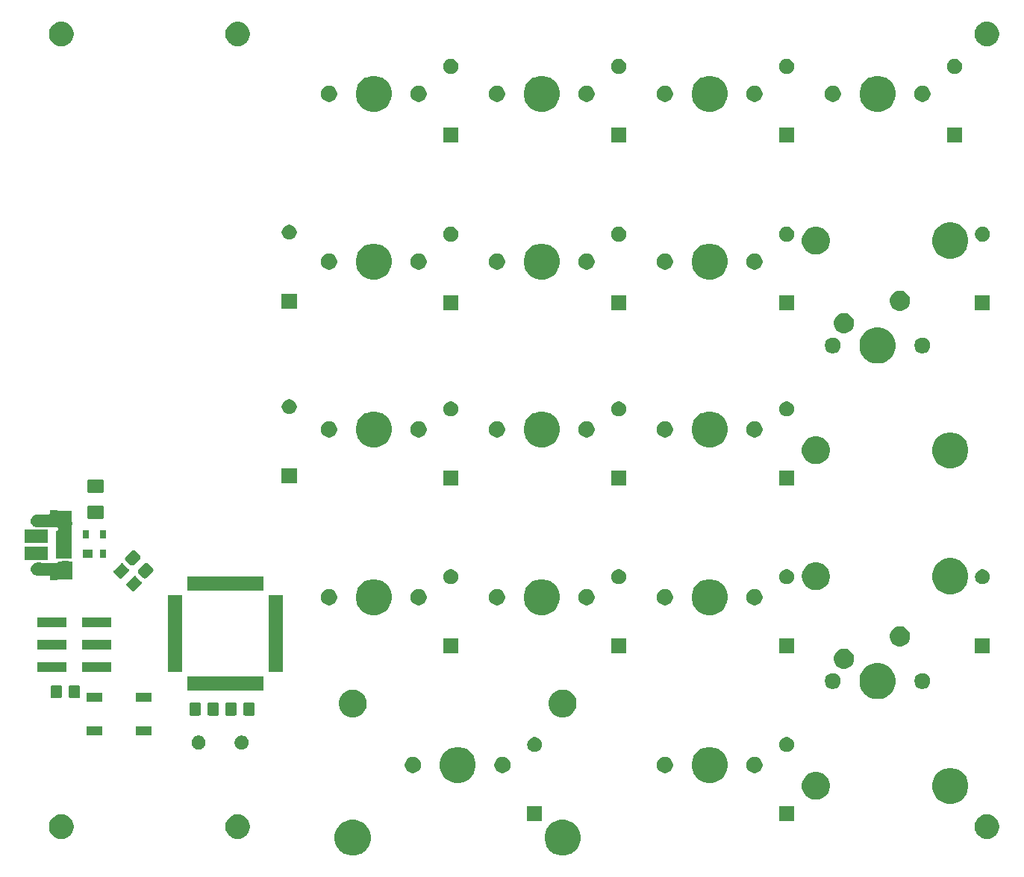
<source format=gbr>
G04 #@! TF.GenerationSoftware,KiCad,Pcbnew,(5.1.5)-3*
G04 #@! TF.CreationDate,2020-12-24T17:13:42-08:00*
G04 #@! TF.ProjectId,edge-key-seventeen,65646765-2d6b-4657-992d-736576656e74,v1.0 rev 1*
G04 #@! TF.SameCoordinates,PX7616b68PY2a640d0*
G04 #@! TF.FileFunction,Soldermask,Top*
G04 #@! TF.FilePolarity,Negative*
%FSLAX46Y46*%
G04 Gerber Fmt 4.6, Leading zero omitted, Abs format (unit mm)*
G04 Created by KiCad (PCBNEW (5.1.5)-3) date 2020-12-24 17:13:42*
%MOMM*%
%LPD*%
G04 APERTURE LIST*
%ADD10C,0.100000*%
G04 APERTURE END LIST*
D10*
G36*
X61715224Y-93601184D02*
G01*
X61835490Y-93651000D01*
X62087373Y-93755333D01*
X62422298Y-93979123D01*
X62707127Y-94263952D01*
X62930917Y-94598877D01*
X62930917Y-94598878D01*
X63085066Y-94971026D01*
X63163650Y-95366094D01*
X63163650Y-95768906D01*
X63085066Y-96163974D01*
X62994767Y-96381974D01*
X62930917Y-96536123D01*
X62707127Y-96871048D01*
X62422298Y-97155877D01*
X62087373Y-97379667D01*
X61933224Y-97443517D01*
X61715224Y-97533816D01*
X61320156Y-97612400D01*
X60917344Y-97612400D01*
X60522276Y-97533816D01*
X60304276Y-97443517D01*
X60150127Y-97379667D01*
X59815202Y-97155877D01*
X59530373Y-96871048D01*
X59306583Y-96536123D01*
X59242733Y-96381974D01*
X59152434Y-96163974D01*
X59073850Y-95768906D01*
X59073850Y-95366094D01*
X59152434Y-94971026D01*
X59306583Y-94598878D01*
X59306583Y-94598877D01*
X59530373Y-94263952D01*
X59815202Y-93979123D01*
X60150127Y-93755333D01*
X60402010Y-93651000D01*
X60522276Y-93601184D01*
X60917344Y-93522600D01*
X61320156Y-93522600D01*
X61715224Y-93601184D01*
G37*
G36*
X37902724Y-93601184D02*
G01*
X38022990Y-93651000D01*
X38274873Y-93755333D01*
X38609798Y-93979123D01*
X38894627Y-94263952D01*
X39118417Y-94598877D01*
X39118417Y-94598878D01*
X39272566Y-94971026D01*
X39351150Y-95366094D01*
X39351150Y-95768906D01*
X39272566Y-96163974D01*
X39182267Y-96381974D01*
X39118417Y-96536123D01*
X38894627Y-96871048D01*
X38609798Y-97155877D01*
X38274873Y-97379667D01*
X38120724Y-97443517D01*
X37902724Y-97533816D01*
X37507656Y-97612400D01*
X37104844Y-97612400D01*
X36709776Y-97533816D01*
X36491776Y-97443517D01*
X36337627Y-97379667D01*
X36002702Y-97155877D01*
X35717873Y-96871048D01*
X35494083Y-96536123D01*
X35430233Y-96381974D01*
X35339934Y-96163974D01*
X35261350Y-95768906D01*
X35261350Y-95366094D01*
X35339934Y-94971026D01*
X35494083Y-94598878D01*
X35494083Y-94598877D01*
X35717873Y-94263952D01*
X36002702Y-93979123D01*
X36337627Y-93755333D01*
X36589510Y-93651000D01*
X36709776Y-93601184D01*
X37104844Y-93522600D01*
X37507656Y-93522600D01*
X37902724Y-93601184D01*
G37*
G36*
X24563833Y-92945093D02*
G01*
X24654057Y-92963039D01*
X24759667Y-93006785D01*
X24909021Y-93068649D01*
X24909022Y-93068650D01*
X25138486Y-93221972D01*
X25333628Y-93417114D01*
X25404111Y-93522600D01*
X25486951Y-93646579D01*
X25592561Y-93901544D01*
X25646400Y-94172212D01*
X25646400Y-94448188D01*
X25592561Y-94718856D01*
X25486951Y-94973821D01*
X25486950Y-94973822D01*
X25333628Y-95203286D01*
X25138486Y-95398428D01*
X24985163Y-95500875D01*
X24909021Y-95551751D01*
X24759667Y-95613615D01*
X24654057Y-95657361D01*
X24563833Y-95675307D01*
X24383388Y-95711200D01*
X24107412Y-95711200D01*
X23926967Y-95675307D01*
X23836743Y-95657361D01*
X23731133Y-95613615D01*
X23581779Y-95551751D01*
X23505637Y-95500875D01*
X23352314Y-95398428D01*
X23157172Y-95203286D01*
X23003850Y-94973822D01*
X23003849Y-94973821D01*
X22898239Y-94718856D01*
X22844400Y-94448188D01*
X22844400Y-94172212D01*
X22898239Y-93901544D01*
X23003849Y-93646579D01*
X23086689Y-93522600D01*
X23157172Y-93417114D01*
X23352314Y-93221972D01*
X23581778Y-93068650D01*
X23581779Y-93068649D01*
X23731133Y-93006785D01*
X23836743Y-92963039D01*
X23926967Y-92945093D01*
X24107412Y-92909200D01*
X24383388Y-92909200D01*
X24563833Y-92945093D01*
G37*
G36*
X4563833Y-92945093D02*
G01*
X4654057Y-92963039D01*
X4759667Y-93006785D01*
X4909021Y-93068649D01*
X4909022Y-93068650D01*
X5138486Y-93221972D01*
X5333628Y-93417114D01*
X5404111Y-93522600D01*
X5486951Y-93646579D01*
X5592561Y-93901544D01*
X5646400Y-94172212D01*
X5646400Y-94448188D01*
X5592561Y-94718856D01*
X5486951Y-94973821D01*
X5486950Y-94973822D01*
X5333628Y-95203286D01*
X5138486Y-95398428D01*
X4985163Y-95500875D01*
X4909021Y-95551751D01*
X4759667Y-95613615D01*
X4654057Y-95657361D01*
X4563833Y-95675307D01*
X4383388Y-95711200D01*
X4107412Y-95711200D01*
X3926967Y-95675307D01*
X3836743Y-95657361D01*
X3731133Y-95613615D01*
X3581779Y-95551751D01*
X3505637Y-95500875D01*
X3352314Y-95398428D01*
X3157172Y-95203286D01*
X3003850Y-94973822D01*
X3003849Y-94973821D01*
X2898239Y-94718856D01*
X2844400Y-94448188D01*
X2844400Y-94172212D01*
X2898239Y-93901544D01*
X3003849Y-93646579D01*
X3086689Y-93522600D01*
X3157172Y-93417114D01*
X3352314Y-93221972D01*
X3581778Y-93068650D01*
X3581779Y-93068649D01*
X3731133Y-93006785D01*
X3836743Y-92963039D01*
X3926967Y-92945093D01*
X4107412Y-92909200D01*
X4383388Y-92909200D01*
X4563833Y-92945093D01*
G37*
G36*
X109563833Y-92945093D02*
G01*
X109654057Y-92963039D01*
X109759667Y-93006785D01*
X109909021Y-93068649D01*
X109909022Y-93068650D01*
X110138486Y-93221972D01*
X110333628Y-93417114D01*
X110404111Y-93522600D01*
X110486951Y-93646579D01*
X110592561Y-93901544D01*
X110646400Y-94172212D01*
X110646400Y-94448188D01*
X110592561Y-94718856D01*
X110486951Y-94973821D01*
X110486950Y-94973822D01*
X110333628Y-95203286D01*
X110138486Y-95398428D01*
X109985163Y-95500875D01*
X109909021Y-95551751D01*
X109759667Y-95613615D01*
X109654057Y-95657361D01*
X109563833Y-95675307D01*
X109383388Y-95711200D01*
X109107412Y-95711200D01*
X108926967Y-95675307D01*
X108836743Y-95657361D01*
X108731133Y-95613615D01*
X108581779Y-95551751D01*
X108505637Y-95500875D01*
X108352314Y-95398428D01*
X108157172Y-95203286D01*
X108003850Y-94973822D01*
X108003849Y-94973821D01*
X107898239Y-94718856D01*
X107844400Y-94448188D01*
X107844400Y-94172212D01*
X107898239Y-93901544D01*
X108003849Y-93646579D01*
X108086689Y-93522600D01*
X108157172Y-93417114D01*
X108352314Y-93221972D01*
X108581778Y-93068650D01*
X108581779Y-93068649D01*
X108731133Y-93006785D01*
X108836743Y-92963039D01*
X108926967Y-92945093D01*
X109107412Y-92909200D01*
X109383388Y-92909200D01*
X109563833Y-92945093D01*
G37*
G36*
X87369750Y-93651000D02*
G01*
X85667750Y-93651000D01*
X85667750Y-91949000D01*
X87369750Y-91949000D01*
X87369750Y-93651000D01*
G37*
G36*
X58794750Y-93651000D02*
G01*
X57092750Y-93651000D01*
X57092750Y-91949000D01*
X58794750Y-91949000D01*
X58794750Y-93651000D01*
G37*
G36*
X105675754Y-87715318D02*
G01*
X106049011Y-87869926D01*
X106049013Y-87869927D01*
X106107452Y-87908975D01*
X106384936Y-88094384D01*
X106670616Y-88380064D01*
X106895074Y-88715989D01*
X107049682Y-89089246D01*
X107128500Y-89485493D01*
X107128500Y-89889507D01*
X107049682Y-90285754D01*
X106895074Y-90659011D01*
X106895073Y-90659013D01*
X106670616Y-90994936D01*
X106384936Y-91280616D01*
X106049013Y-91505073D01*
X106049012Y-91505074D01*
X106049011Y-91505074D01*
X105675754Y-91659682D01*
X105279507Y-91738500D01*
X104875493Y-91738500D01*
X104479246Y-91659682D01*
X104105989Y-91505074D01*
X104105988Y-91505074D01*
X104105987Y-91505073D01*
X103770064Y-91280616D01*
X103484384Y-90994936D01*
X103259927Y-90659013D01*
X103259926Y-90659011D01*
X103105318Y-90285754D01*
X103026500Y-89889507D01*
X103026500Y-89485493D01*
X103105318Y-89089246D01*
X103259926Y-88715989D01*
X103484384Y-88380064D01*
X103770064Y-88094384D01*
X104047548Y-87908975D01*
X104105987Y-87869927D01*
X104105989Y-87869926D01*
X104479246Y-87715318D01*
X104875493Y-87636500D01*
X105279507Y-87636500D01*
X105675754Y-87715318D01*
G37*
G36*
X90068583Y-88126590D02*
G01*
X90297202Y-88172064D01*
X90584016Y-88290867D01*
X90842142Y-88463341D01*
X91061659Y-88682858D01*
X91234133Y-88940984D01*
X91352936Y-89227798D01*
X91413500Y-89532278D01*
X91413500Y-89842722D01*
X91352936Y-90147202D01*
X91234133Y-90434016D01*
X91061659Y-90692142D01*
X90842142Y-90911659D01*
X90584016Y-91084133D01*
X90297202Y-91202936D01*
X90068583Y-91248410D01*
X89992724Y-91263500D01*
X89682276Y-91263500D01*
X89606417Y-91248410D01*
X89377798Y-91202936D01*
X89090984Y-91084133D01*
X88832858Y-90911659D01*
X88613341Y-90692142D01*
X88440867Y-90434016D01*
X88322064Y-90147202D01*
X88261500Y-89842722D01*
X88261500Y-89532278D01*
X88322064Y-89227798D01*
X88440867Y-88940984D01*
X88613341Y-88682858D01*
X88832858Y-88463341D01*
X89090984Y-88290867D01*
X89377798Y-88172064D01*
X89606417Y-88126590D01*
X89682276Y-88111500D01*
X89992724Y-88111500D01*
X90068583Y-88126590D01*
G37*
G36*
X49808974Y-85346184D02*
G01*
X49946381Y-85403100D01*
X50181123Y-85500333D01*
X50516048Y-85724123D01*
X50800877Y-86008952D01*
X51024667Y-86343877D01*
X51057062Y-86422086D01*
X51178816Y-86716026D01*
X51257400Y-87111094D01*
X51257400Y-87513906D01*
X51178816Y-87908974D01*
X51094927Y-88111500D01*
X51024667Y-88281123D01*
X50800877Y-88616048D01*
X50516048Y-88900877D01*
X50181123Y-89124667D01*
X50026974Y-89188517D01*
X49808974Y-89278816D01*
X49413906Y-89357400D01*
X49011094Y-89357400D01*
X48616026Y-89278816D01*
X48398026Y-89188517D01*
X48243877Y-89124667D01*
X47908952Y-88900877D01*
X47624123Y-88616048D01*
X47400333Y-88281123D01*
X47330073Y-88111500D01*
X47246184Y-87908974D01*
X47167600Y-87513906D01*
X47167600Y-87111094D01*
X47246184Y-86716026D01*
X47367938Y-86422086D01*
X47400333Y-86343877D01*
X47624123Y-86008952D01*
X47908952Y-85724123D01*
X48243877Y-85500333D01*
X48478619Y-85403100D01*
X48616026Y-85346184D01*
X49011094Y-85267600D01*
X49413906Y-85267600D01*
X49808974Y-85346184D01*
G37*
G36*
X78383974Y-85346184D02*
G01*
X78521381Y-85403100D01*
X78756123Y-85500333D01*
X79091048Y-85724123D01*
X79375877Y-86008952D01*
X79599667Y-86343877D01*
X79632062Y-86422086D01*
X79753816Y-86716026D01*
X79832400Y-87111094D01*
X79832400Y-87513906D01*
X79753816Y-87908974D01*
X79669927Y-88111500D01*
X79599667Y-88281123D01*
X79375877Y-88616048D01*
X79091048Y-88900877D01*
X78756123Y-89124667D01*
X78601974Y-89188517D01*
X78383974Y-89278816D01*
X77988906Y-89357400D01*
X77586094Y-89357400D01*
X77191026Y-89278816D01*
X76973026Y-89188517D01*
X76818877Y-89124667D01*
X76483952Y-88900877D01*
X76199123Y-88616048D01*
X75975333Y-88281123D01*
X75905073Y-88111500D01*
X75821184Y-87908974D01*
X75742600Y-87513906D01*
X75742600Y-87111094D01*
X75821184Y-86716026D01*
X75942938Y-86422086D01*
X75975333Y-86343877D01*
X76199123Y-86008952D01*
X76483952Y-85724123D01*
X76818877Y-85500333D01*
X77053619Y-85403100D01*
X77191026Y-85346184D01*
X77586094Y-85267600D01*
X77988906Y-85267600D01*
X78383974Y-85346184D01*
G37*
G36*
X83137604Y-86422085D02*
G01*
X83306126Y-86491889D01*
X83457791Y-86593228D01*
X83586772Y-86722209D01*
X83688111Y-86873874D01*
X83757915Y-87042396D01*
X83793500Y-87221297D01*
X83793500Y-87403703D01*
X83757915Y-87582604D01*
X83688111Y-87751126D01*
X83586772Y-87902791D01*
X83457791Y-88031772D01*
X83306126Y-88133111D01*
X83137604Y-88202915D01*
X82958703Y-88238500D01*
X82776297Y-88238500D01*
X82597396Y-88202915D01*
X82428874Y-88133111D01*
X82277209Y-88031772D01*
X82148228Y-87902791D01*
X82046889Y-87751126D01*
X81977085Y-87582604D01*
X81941500Y-87403703D01*
X81941500Y-87221297D01*
X81977085Y-87042396D01*
X82046889Y-86873874D01*
X82148228Y-86722209D01*
X82277209Y-86593228D01*
X82428874Y-86491889D01*
X82597396Y-86422085D01*
X82776297Y-86386500D01*
X82958703Y-86386500D01*
X83137604Y-86422085D01*
G37*
G36*
X72977604Y-86422085D02*
G01*
X73146126Y-86491889D01*
X73297791Y-86593228D01*
X73426772Y-86722209D01*
X73528111Y-86873874D01*
X73597915Y-87042396D01*
X73633500Y-87221297D01*
X73633500Y-87403703D01*
X73597915Y-87582604D01*
X73528111Y-87751126D01*
X73426772Y-87902791D01*
X73297791Y-88031772D01*
X73146126Y-88133111D01*
X72977604Y-88202915D01*
X72798703Y-88238500D01*
X72616297Y-88238500D01*
X72437396Y-88202915D01*
X72268874Y-88133111D01*
X72117209Y-88031772D01*
X71988228Y-87902791D01*
X71886889Y-87751126D01*
X71817085Y-87582604D01*
X71781500Y-87403703D01*
X71781500Y-87221297D01*
X71817085Y-87042396D01*
X71886889Y-86873874D01*
X71988228Y-86722209D01*
X72117209Y-86593228D01*
X72268874Y-86491889D01*
X72437396Y-86422085D01*
X72616297Y-86386500D01*
X72798703Y-86386500D01*
X72977604Y-86422085D01*
G37*
G36*
X44402604Y-86422085D02*
G01*
X44571126Y-86491889D01*
X44722791Y-86593228D01*
X44851772Y-86722209D01*
X44953111Y-86873874D01*
X45022915Y-87042396D01*
X45058500Y-87221297D01*
X45058500Y-87403703D01*
X45022915Y-87582604D01*
X44953111Y-87751126D01*
X44851772Y-87902791D01*
X44722791Y-88031772D01*
X44571126Y-88133111D01*
X44402604Y-88202915D01*
X44223703Y-88238500D01*
X44041297Y-88238500D01*
X43862396Y-88202915D01*
X43693874Y-88133111D01*
X43542209Y-88031772D01*
X43413228Y-87902791D01*
X43311889Y-87751126D01*
X43242085Y-87582604D01*
X43206500Y-87403703D01*
X43206500Y-87221297D01*
X43242085Y-87042396D01*
X43311889Y-86873874D01*
X43413228Y-86722209D01*
X43542209Y-86593228D01*
X43693874Y-86491889D01*
X43862396Y-86422085D01*
X44041297Y-86386500D01*
X44223703Y-86386500D01*
X44402604Y-86422085D01*
G37*
G36*
X54562604Y-86422085D02*
G01*
X54731126Y-86491889D01*
X54882791Y-86593228D01*
X55011772Y-86722209D01*
X55113111Y-86873874D01*
X55182915Y-87042396D01*
X55218500Y-87221297D01*
X55218500Y-87403703D01*
X55182915Y-87582604D01*
X55113111Y-87751126D01*
X55011772Y-87902791D01*
X54882791Y-88031772D01*
X54731126Y-88133111D01*
X54562604Y-88202915D01*
X54383703Y-88238500D01*
X54201297Y-88238500D01*
X54022396Y-88202915D01*
X53853874Y-88133111D01*
X53702209Y-88031772D01*
X53573228Y-87902791D01*
X53471889Y-87751126D01*
X53402085Y-87582604D01*
X53366500Y-87403703D01*
X53366500Y-87221297D01*
X53402085Y-87042396D01*
X53471889Y-86873874D01*
X53573228Y-86722209D01*
X53702209Y-86593228D01*
X53853874Y-86491889D01*
X54022396Y-86422085D01*
X54201297Y-86386500D01*
X54383703Y-86386500D01*
X54562604Y-86422085D01*
G37*
G36*
X58191978Y-84181703D02*
G01*
X58346850Y-84245853D01*
X58486231Y-84338985D01*
X58604765Y-84457519D01*
X58697897Y-84596900D01*
X58762047Y-84751772D01*
X58794750Y-84916184D01*
X58794750Y-85083816D01*
X58762047Y-85248228D01*
X58697897Y-85403100D01*
X58604765Y-85542481D01*
X58486231Y-85661015D01*
X58346850Y-85754147D01*
X58191978Y-85818297D01*
X58027566Y-85851000D01*
X57859934Y-85851000D01*
X57695522Y-85818297D01*
X57540650Y-85754147D01*
X57401269Y-85661015D01*
X57282735Y-85542481D01*
X57189603Y-85403100D01*
X57125453Y-85248228D01*
X57092750Y-85083816D01*
X57092750Y-84916184D01*
X57125453Y-84751772D01*
X57189603Y-84596900D01*
X57282735Y-84457519D01*
X57401269Y-84338985D01*
X57540650Y-84245853D01*
X57695522Y-84181703D01*
X57859934Y-84149000D01*
X58027566Y-84149000D01*
X58191978Y-84181703D01*
G37*
G36*
X86766978Y-84181703D02*
G01*
X86921850Y-84245853D01*
X87061231Y-84338985D01*
X87179765Y-84457519D01*
X87272897Y-84596900D01*
X87337047Y-84751772D01*
X87369750Y-84916184D01*
X87369750Y-85083816D01*
X87337047Y-85248228D01*
X87272897Y-85403100D01*
X87179765Y-85542481D01*
X87061231Y-85661015D01*
X86921850Y-85754147D01*
X86766978Y-85818297D01*
X86602566Y-85851000D01*
X86434934Y-85851000D01*
X86270522Y-85818297D01*
X86115650Y-85754147D01*
X85976269Y-85661015D01*
X85857735Y-85542481D01*
X85764603Y-85403100D01*
X85700453Y-85248228D01*
X85667750Y-85083816D01*
X85667750Y-84916184D01*
X85700453Y-84751772D01*
X85764603Y-84596900D01*
X85857735Y-84457519D01*
X85976269Y-84338985D01*
X86115650Y-84245853D01*
X86270522Y-84181703D01*
X86434934Y-84149000D01*
X86602566Y-84149000D01*
X86766978Y-84181703D01*
G37*
G36*
X20045642Y-84002281D02*
G01*
X20191414Y-84062662D01*
X20191416Y-84062663D01*
X20322608Y-84150322D01*
X20434178Y-84261892D01*
X20485689Y-84338985D01*
X20521838Y-84393086D01*
X20582219Y-84538858D01*
X20613000Y-84693607D01*
X20613000Y-84851393D01*
X20582219Y-85006142D01*
X20550045Y-85083816D01*
X20521837Y-85151916D01*
X20434178Y-85283108D01*
X20322608Y-85394678D01*
X20191416Y-85482337D01*
X20191415Y-85482338D01*
X20191414Y-85482338D01*
X20045642Y-85542719D01*
X19890893Y-85573500D01*
X19733107Y-85573500D01*
X19578358Y-85542719D01*
X19432586Y-85482338D01*
X19432585Y-85482338D01*
X19432584Y-85482337D01*
X19301392Y-85394678D01*
X19189822Y-85283108D01*
X19102163Y-85151916D01*
X19073955Y-85083816D01*
X19041781Y-85006142D01*
X19011000Y-84851393D01*
X19011000Y-84693607D01*
X19041781Y-84538858D01*
X19102162Y-84393086D01*
X19138311Y-84338985D01*
X19189822Y-84261892D01*
X19301392Y-84150322D01*
X19432584Y-84062663D01*
X19432586Y-84062662D01*
X19578358Y-84002281D01*
X19733107Y-83971500D01*
X19890893Y-83971500D01*
X20045642Y-84002281D01*
G37*
G36*
X24925642Y-84002281D02*
G01*
X25071414Y-84062662D01*
X25071416Y-84062663D01*
X25202608Y-84150322D01*
X25314178Y-84261892D01*
X25365689Y-84338985D01*
X25401838Y-84393086D01*
X25462219Y-84538858D01*
X25493000Y-84693607D01*
X25493000Y-84851393D01*
X25462219Y-85006142D01*
X25430045Y-85083816D01*
X25401837Y-85151916D01*
X25314178Y-85283108D01*
X25202608Y-85394678D01*
X25071416Y-85482337D01*
X25071415Y-85482338D01*
X25071414Y-85482338D01*
X24925642Y-85542719D01*
X24770893Y-85573500D01*
X24613107Y-85573500D01*
X24458358Y-85542719D01*
X24312586Y-85482338D01*
X24312585Y-85482338D01*
X24312584Y-85482337D01*
X24181392Y-85394678D01*
X24069822Y-85283108D01*
X23982163Y-85151916D01*
X23953955Y-85083816D01*
X23921781Y-85006142D01*
X23891000Y-84851393D01*
X23891000Y-84693607D01*
X23921781Y-84538858D01*
X23982162Y-84393086D01*
X24018311Y-84338985D01*
X24069822Y-84261892D01*
X24181392Y-84150322D01*
X24312584Y-84062663D01*
X24312586Y-84062662D01*
X24458358Y-84002281D01*
X24613107Y-83971500D01*
X24770893Y-83971500D01*
X24925642Y-84002281D01*
G37*
G36*
X14452600Y-83921600D02*
G01*
X12725400Y-83921600D01*
X12725400Y-82956400D01*
X14452600Y-82956400D01*
X14452600Y-83921600D01*
G37*
G36*
X8864600Y-83921600D02*
G01*
X7137400Y-83921600D01*
X7137400Y-82956400D01*
X8864600Y-82956400D01*
X8864600Y-83921600D01*
G37*
G36*
X61578161Y-78813026D02*
G01*
X61696887Y-78862204D01*
X61864791Y-78931752D01*
X61864792Y-78931753D01*
X62122754Y-79104117D01*
X62342133Y-79323496D01*
X62380299Y-79380616D01*
X62514498Y-79581459D01*
X62545002Y-79655103D01*
X62620968Y-79838500D01*
X62633224Y-79868090D01*
X62693750Y-80172375D01*
X62693750Y-80482625D01*
X62633224Y-80786910D01*
X62514498Y-81073541D01*
X62514497Y-81073542D01*
X62342133Y-81331504D01*
X62122754Y-81550883D01*
X62013920Y-81623603D01*
X61864791Y-81723248D01*
X61696887Y-81792796D01*
X61578161Y-81841974D01*
X61426017Y-81872237D01*
X61273875Y-81902500D01*
X60963625Y-81902500D01*
X60811483Y-81872237D01*
X60659339Y-81841974D01*
X60540613Y-81792796D01*
X60372709Y-81723248D01*
X60223580Y-81623603D01*
X60114746Y-81550883D01*
X59895367Y-81331504D01*
X59723003Y-81073542D01*
X59723002Y-81073541D01*
X59604276Y-80786910D01*
X59543750Y-80482625D01*
X59543750Y-80172375D01*
X59604276Y-79868090D01*
X59616533Y-79838500D01*
X59692498Y-79655103D01*
X59723002Y-79581459D01*
X59857201Y-79380616D01*
X59895367Y-79323496D01*
X60114746Y-79104117D01*
X60372708Y-78931753D01*
X60372709Y-78931752D01*
X60540613Y-78862204D01*
X60659339Y-78813026D01*
X60963625Y-78752500D01*
X61273875Y-78752500D01*
X61578161Y-78813026D01*
G37*
G36*
X37765661Y-78813026D02*
G01*
X37884387Y-78862204D01*
X38052291Y-78931752D01*
X38052292Y-78931753D01*
X38310254Y-79104117D01*
X38529633Y-79323496D01*
X38567799Y-79380616D01*
X38701998Y-79581459D01*
X38732502Y-79655103D01*
X38808468Y-79838500D01*
X38820724Y-79868090D01*
X38881250Y-80172375D01*
X38881250Y-80482625D01*
X38820724Y-80786910D01*
X38701998Y-81073541D01*
X38701997Y-81073542D01*
X38529633Y-81331504D01*
X38310254Y-81550883D01*
X38201420Y-81623603D01*
X38052291Y-81723248D01*
X37884387Y-81792796D01*
X37765661Y-81841974D01*
X37613517Y-81872237D01*
X37461375Y-81902500D01*
X37151125Y-81902500D01*
X36998983Y-81872237D01*
X36846839Y-81841974D01*
X36728113Y-81792796D01*
X36560209Y-81723248D01*
X36411080Y-81623603D01*
X36302246Y-81550883D01*
X36082867Y-81331504D01*
X35910503Y-81073542D01*
X35910502Y-81073541D01*
X35791776Y-80786910D01*
X35731250Y-80482625D01*
X35731250Y-80172375D01*
X35791776Y-79868090D01*
X35804033Y-79838500D01*
X35879998Y-79655103D01*
X35910502Y-79581459D01*
X36044701Y-79380616D01*
X36082867Y-79323496D01*
X36302246Y-79104117D01*
X36560208Y-78931753D01*
X36560209Y-78931752D01*
X36728113Y-78862204D01*
X36846839Y-78813026D01*
X37151125Y-78752500D01*
X37461375Y-78752500D01*
X37765661Y-78813026D01*
G37*
G36*
X23949674Y-80215965D02*
G01*
X23987367Y-80227399D01*
X24022103Y-80245966D01*
X24052548Y-80270952D01*
X24077534Y-80301397D01*
X24096101Y-80336133D01*
X24107535Y-80373826D01*
X24112000Y-80419161D01*
X24112000Y-81505839D01*
X24107535Y-81551174D01*
X24096101Y-81588867D01*
X24077534Y-81623603D01*
X24052548Y-81654048D01*
X24022103Y-81679034D01*
X23987367Y-81697601D01*
X23949674Y-81709035D01*
X23904339Y-81713500D01*
X23067661Y-81713500D01*
X23022326Y-81709035D01*
X22984633Y-81697601D01*
X22949897Y-81679034D01*
X22919452Y-81654048D01*
X22894466Y-81623603D01*
X22875899Y-81588867D01*
X22864465Y-81551174D01*
X22860000Y-81505839D01*
X22860000Y-80419161D01*
X22864465Y-80373826D01*
X22875899Y-80336133D01*
X22894466Y-80301397D01*
X22919452Y-80270952D01*
X22949897Y-80245966D01*
X22984633Y-80227399D01*
X23022326Y-80215965D01*
X23067661Y-80211500D01*
X23904339Y-80211500D01*
X23949674Y-80215965D01*
G37*
G36*
X25999674Y-80215965D02*
G01*
X26037367Y-80227399D01*
X26072103Y-80245966D01*
X26102548Y-80270952D01*
X26127534Y-80301397D01*
X26146101Y-80336133D01*
X26157535Y-80373826D01*
X26162000Y-80419161D01*
X26162000Y-81505839D01*
X26157535Y-81551174D01*
X26146101Y-81588867D01*
X26127534Y-81623603D01*
X26102548Y-81654048D01*
X26072103Y-81679034D01*
X26037367Y-81697601D01*
X25999674Y-81709035D01*
X25954339Y-81713500D01*
X25117661Y-81713500D01*
X25072326Y-81709035D01*
X25034633Y-81697601D01*
X24999897Y-81679034D01*
X24969452Y-81654048D01*
X24944466Y-81623603D01*
X24925899Y-81588867D01*
X24914465Y-81551174D01*
X24910000Y-81505839D01*
X24910000Y-80419161D01*
X24914465Y-80373826D01*
X24925899Y-80336133D01*
X24944466Y-80301397D01*
X24969452Y-80270952D01*
X24999897Y-80245966D01*
X25034633Y-80227399D01*
X25072326Y-80215965D01*
X25117661Y-80211500D01*
X25954339Y-80211500D01*
X25999674Y-80215965D01*
G37*
G36*
X21935674Y-80215965D02*
G01*
X21973367Y-80227399D01*
X22008103Y-80245966D01*
X22038548Y-80270952D01*
X22063534Y-80301397D01*
X22082101Y-80336133D01*
X22093535Y-80373826D01*
X22098000Y-80419161D01*
X22098000Y-81505839D01*
X22093535Y-81551174D01*
X22082101Y-81588867D01*
X22063534Y-81623603D01*
X22038548Y-81654048D01*
X22008103Y-81679034D01*
X21973367Y-81697601D01*
X21935674Y-81709035D01*
X21890339Y-81713500D01*
X21053661Y-81713500D01*
X21008326Y-81709035D01*
X20970633Y-81697601D01*
X20935897Y-81679034D01*
X20905452Y-81654048D01*
X20880466Y-81623603D01*
X20861899Y-81588867D01*
X20850465Y-81551174D01*
X20846000Y-81505839D01*
X20846000Y-80419161D01*
X20850465Y-80373826D01*
X20861899Y-80336133D01*
X20880466Y-80301397D01*
X20905452Y-80270952D01*
X20935897Y-80245966D01*
X20970633Y-80227399D01*
X21008326Y-80215965D01*
X21053661Y-80211500D01*
X21890339Y-80211500D01*
X21935674Y-80215965D01*
G37*
G36*
X19885674Y-80215965D02*
G01*
X19923367Y-80227399D01*
X19958103Y-80245966D01*
X19988548Y-80270952D01*
X20013534Y-80301397D01*
X20032101Y-80336133D01*
X20043535Y-80373826D01*
X20048000Y-80419161D01*
X20048000Y-81505839D01*
X20043535Y-81551174D01*
X20032101Y-81588867D01*
X20013534Y-81623603D01*
X19988548Y-81654048D01*
X19958103Y-81679034D01*
X19923367Y-81697601D01*
X19885674Y-81709035D01*
X19840339Y-81713500D01*
X19003661Y-81713500D01*
X18958326Y-81709035D01*
X18920633Y-81697601D01*
X18885897Y-81679034D01*
X18855452Y-81654048D01*
X18830466Y-81623603D01*
X18811899Y-81588867D01*
X18800465Y-81551174D01*
X18796000Y-81505839D01*
X18796000Y-80419161D01*
X18800465Y-80373826D01*
X18811899Y-80336133D01*
X18830466Y-80301397D01*
X18855452Y-80270952D01*
X18885897Y-80245966D01*
X18920633Y-80227399D01*
X18958326Y-80215965D01*
X19003661Y-80211500D01*
X19840339Y-80211500D01*
X19885674Y-80215965D01*
G37*
G36*
X14452600Y-80111600D02*
G01*
X12725400Y-80111600D01*
X12725400Y-79146400D01*
X14452600Y-79146400D01*
X14452600Y-80111600D01*
G37*
G36*
X8864600Y-80111600D02*
G01*
X7137400Y-80111600D01*
X7137400Y-79146400D01*
X8864600Y-79146400D01*
X8864600Y-80111600D01*
G37*
G36*
X97435754Y-75815318D02*
G01*
X97809011Y-75969926D01*
X97809013Y-75969927D01*
X98144936Y-76194384D01*
X98430616Y-76480064D01*
X98588264Y-76716000D01*
X98655074Y-76815989D01*
X98809682Y-77189246D01*
X98888500Y-77585493D01*
X98888500Y-77989507D01*
X98809682Y-78385754D01*
X98657771Y-78752500D01*
X98655073Y-78759013D01*
X98430616Y-79094936D01*
X98144936Y-79380616D01*
X97809013Y-79605073D01*
X97809012Y-79605074D01*
X97809011Y-79605074D01*
X97435754Y-79759682D01*
X97039507Y-79838500D01*
X96635493Y-79838500D01*
X96239246Y-79759682D01*
X95865989Y-79605074D01*
X95865988Y-79605074D01*
X95865987Y-79605073D01*
X95530064Y-79380616D01*
X95244384Y-79094936D01*
X95019927Y-78759013D01*
X95017229Y-78752500D01*
X94865318Y-78385754D01*
X94786500Y-77989507D01*
X94786500Y-77585493D01*
X94865318Y-77189246D01*
X95019926Y-76815989D01*
X95086737Y-76716000D01*
X95244384Y-76480064D01*
X95530064Y-76194384D01*
X95865987Y-75969927D01*
X95865989Y-75969926D01*
X96239246Y-75815318D01*
X96635493Y-75736500D01*
X97039507Y-75736500D01*
X97435754Y-75815318D01*
G37*
G36*
X4137674Y-78247465D02*
G01*
X4175367Y-78258899D01*
X4210103Y-78277466D01*
X4240548Y-78302452D01*
X4265534Y-78332897D01*
X4284101Y-78367633D01*
X4295535Y-78405326D01*
X4300000Y-78450661D01*
X4300000Y-79537339D01*
X4295535Y-79582674D01*
X4284101Y-79620367D01*
X4265534Y-79655103D01*
X4240548Y-79685548D01*
X4210103Y-79710534D01*
X4175367Y-79729101D01*
X4137674Y-79740535D01*
X4092339Y-79745000D01*
X3255661Y-79745000D01*
X3210326Y-79740535D01*
X3172633Y-79729101D01*
X3137897Y-79710534D01*
X3107452Y-79685548D01*
X3082466Y-79655103D01*
X3063899Y-79620367D01*
X3052465Y-79582674D01*
X3048000Y-79537339D01*
X3048000Y-78450661D01*
X3052465Y-78405326D01*
X3063899Y-78367633D01*
X3082466Y-78332897D01*
X3107452Y-78302452D01*
X3137897Y-78277466D01*
X3172633Y-78258899D01*
X3210326Y-78247465D01*
X3255661Y-78243000D01*
X4092339Y-78243000D01*
X4137674Y-78247465D01*
G37*
G36*
X6187674Y-78247465D02*
G01*
X6225367Y-78258899D01*
X6260103Y-78277466D01*
X6290548Y-78302452D01*
X6315534Y-78332897D01*
X6334101Y-78367633D01*
X6345535Y-78405326D01*
X6350000Y-78450661D01*
X6350000Y-79537339D01*
X6345535Y-79582674D01*
X6334101Y-79620367D01*
X6315534Y-79655103D01*
X6290548Y-79685548D01*
X6260103Y-79710534D01*
X6225367Y-79729101D01*
X6187674Y-79740535D01*
X6142339Y-79745000D01*
X5305661Y-79745000D01*
X5260326Y-79740535D01*
X5222633Y-79729101D01*
X5187897Y-79710534D01*
X5157452Y-79685548D01*
X5132466Y-79655103D01*
X5113899Y-79620367D01*
X5102465Y-79582674D01*
X5098000Y-79537339D01*
X5098000Y-78450661D01*
X5102465Y-78405326D01*
X5113899Y-78367633D01*
X5132466Y-78332897D01*
X5157452Y-78302452D01*
X5187897Y-78277466D01*
X5222633Y-78258899D01*
X5260326Y-78247465D01*
X5305661Y-78243000D01*
X6142339Y-78243000D01*
X6187674Y-78247465D01*
G37*
G36*
X27186000Y-78891000D02*
G01*
X18534000Y-78891000D01*
X18534000Y-77289000D01*
X27186000Y-77289000D01*
X27186000Y-78891000D01*
G37*
G36*
X102031012Y-76891427D02*
G01*
X102180312Y-76921124D01*
X102344284Y-76989044D01*
X102491854Y-77087647D01*
X102617353Y-77213146D01*
X102715956Y-77360716D01*
X102783876Y-77524688D01*
X102818500Y-77698759D01*
X102818500Y-77876241D01*
X102783876Y-78050312D01*
X102715956Y-78214284D01*
X102617353Y-78361854D01*
X102491854Y-78487353D01*
X102344284Y-78585956D01*
X102180312Y-78653876D01*
X102031012Y-78683573D01*
X102006242Y-78688500D01*
X101828758Y-78688500D01*
X101803988Y-78683573D01*
X101654688Y-78653876D01*
X101490716Y-78585956D01*
X101343146Y-78487353D01*
X101217647Y-78361854D01*
X101119044Y-78214284D01*
X101051124Y-78050312D01*
X101016500Y-77876241D01*
X101016500Y-77698759D01*
X101051124Y-77524688D01*
X101119044Y-77360716D01*
X101217647Y-77213146D01*
X101343146Y-77087647D01*
X101490716Y-76989044D01*
X101654688Y-76921124D01*
X101803988Y-76891427D01*
X101828758Y-76886500D01*
X102006242Y-76886500D01*
X102031012Y-76891427D01*
G37*
G36*
X91871012Y-76891427D02*
G01*
X92020312Y-76921124D01*
X92184284Y-76989044D01*
X92331854Y-77087647D01*
X92457353Y-77213146D01*
X92555956Y-77360716D01*
X92623876Y-77524688D01*
X92658500Y-77698759D01*
X92658500Y-77876241D01*
X92623876Y-78050312D01*
X92555956Y-78214284D01*
X92457353Y-78361854D01*
X92331854Y-78487353D01*
X92184284Y-78585956D01*
X92020312Y-78653876D01*
X91871012Y-78683573D01*
X91846242Y-78688500D01*
X91668758Y-78688500D01*
X91643988Y-78683573D01*
X91494688Y-78653876D01*
X91330716Y-78585956D01*
X91183146Y-78487353D01*
X91057647Y-78361854D01*
X90959044Y-78214284D01*
X90891124Y-78050312D01*
X90856500Y-77876241D01*
X90856500Y-77698759D01*
X90891124Y-77524688D01*
X90959044Y-77360716D01*
X91057647Y-77213146D01*
X91183146Y-77087647D01*
X91330716Y-76989044D01*
X91494688Y-76921124D01*
X91643988Y-76891427D01*
X91668758Y-76886500D01*
X91846242Y-76886500D01*
X91871012Y-76891427D01*
G37*
G36*
X4816000Y-76751000D02*
G01*
X1564000Y-76751000D01*
X1564000Y-75649000D01*
X4816000Y-75649000D01*
X4816000Y-76751000D01*
G37*
G36*
X9866000Y-76751000D02*
G01*
X6614000Y-76751000D01*
X6614000Y-75649000D01*
X9866000Y-75649000D01*
X9866000Y-76751000D01*
G37*
G36*
X17961000Y-76716000D02*
G01*
X16359000Y-76716000D01*
X16359000Y-68064000D01*
X17961000Y-68064000D01*
X17961000Y-76716000D01*
G37*
G36*
X29361000Y-76716000D02*
G01*
X27759000Y-76716000D01*
X27759000Y-68064000D01*
X29361000Y-68064000D01*
X29361000Y-76716000D01*
G37*
G36*
X93252049Y-74118616D02*
G01*
X93363234Y-74140732D01*
X93572703Y-74227497D01*
X93761220Y-74353460D01*
X93921540Y-74513780D01*
X94047503Y-74702297D01*
X94134268Y-74911766D01*
X94178500Y-75134136D01*
X94178500Y-75360864D01*
X94134268Y-75583234D01*
X94047503Y-75792703D01*
X93921540Y-75981220D01*
X93761220Y-76141540D01*
X93572703Y-76267503D01*
X93363234Y-76354268D01*
X93252049Y-76376384D01*
X93140865Y-76398500D01*
X92914135Y-76398500D01*
X92802951Y-76376384D01*
X92691766Y-76354268D01*
X92482297Y-76267503D01*
X92293780Y-76141540D01*
X92133460Y-75981220D01*
X92007497Y-75792703D01*
X91920732Y-75583234D01*
X91876500Y-75360864D01*
X91876500Y-75134136D01*
X91920732Y-74911766D01*
X92007497Y-74702297D01*
X92133460Y-74513780D01*
X92293780Y-74353460D01*
X92482297Y-74227497D01*
X92691766Y-74140732D01*
X92802951Y-74118616D01*
X92914135Y-74096500D01*
X93140865Y-74096500D01*
X93252049Y-74118616D01*
G37*
G36*
X109594750Y-74601000D02*
G01*
X107892750Y-74601000D01*
X107892750Y-72899000D01*
X109594750Y-72899000D01*
X109594750Y-74601000D01*
G37*
G36*
X87369750Y-74601000D02*
G01*
X85667750Y-74601000D01*
X85667750Y-72899000D01*
X87369750Y-72899000D01*
X87369750Y-74601000D01*
G37*
G36*
X68319750Y-74601000D02*
G01*
X66617750Y-74601000D01*
X66617750Y-72899000D01*
X68319750Y-72899000D01*
X68319750Y-74601000D01*
G37*
G36*
X49269750Y-74601000D02*
G01*
X47567750Y-74601000D01*
X47567750Y-72899000D01*
X49269750Y-72899000D01*
X49269750Y-74601000D01*
G37*
G36*
X9866000Y-74211000D02*
G01*
X6614000Y-74211000D01*
X6614000Y-73109000D01*
X9866000Y-73109000D01*
X9866000Y-74211000D01*
G37*
G36*
X4816000Y-74211000D02*
G01*
X1564000Y-74211000D01*
X1564000Y-73109000D01*
X4816000Y-73109000D01*
X4816000Y-74211000D01*
G37*
G36*
X99602049Y-71578616D02*
G01*
X99713234Y-71600732D01*
X99922703Y-71687497D01*
X100111220Y-71813460D01*
X100271540Y-71973780D01*
X100397503Y-72162297D01*
X100484268Y-72371766D01*
X100528500Y-72594136D01*
X100528500Y-72820864D01*
X100484268Y-73043234D01*
X100397503Y-73252703D01*
X100271540Y-73441220D01*
X100111220Y-73601540D01*
X99922703Y-73727503D01*
X99713234Y-73814268D01*
X99602049Y-73836384D01*
X99490865Y-73858500D01*
X99264135Y-73858500D01*
X99152951Y-73836384D01*
X99041766Y-73814268D01*
X98832297Y-73727503D01*
X98643780Y-73601540D01*
X98483460Y-73441220D01*
X98357497Y-73252703D01*
X98270732Y-73043234D01*
X98226500Y-72820864D01*
X98226500Y-72594136D01*
X98270732Y-72371766D01*
X98357497Y-72162297D01*
X98483460Y-71973780D01*
X98643780Y-71813460D01*
X98832297Y-71687497D01*
X99041766Y-71600732D01*
X99152951Y-71578616D01*
X99264135Y-71556500D01*
X99490865Y-71556500D01*
X99602049Y-71578616D01*
G37*
G36*
X4816000Y-71671000D02*
G01*
X1564000Y-71671000D01*
X1564000Y-70569000D01*
X4816000Y-70569000D01*
X4816000Y-71671000D01*
G37*
G36*
X9866000Y-71671000D02*
G01*
X6614000Y-71671000D01*
X6614000Y-70569000D01*
X9866000Y-70569000D01*
X9866000Y-71671000D01*
G37*
G36*
X40283974Y-66296184D02*
G01*
X40421381Y-66353100D01*
X40656123Y-66450333D01*
X40991048Y-66674123D01*
X41275877Y-66958952D01*
X41499667Y-67293877D01*
X41532062Y-67372086D01*
X41653816Y-67666026D01*
X41732400Y-68061094D01*
X41732400Y-68463906D01*
X41653816Y-68858974D01*
X41602951Y-68981772D01*
X41499667Y-69231123D01*
X41275877Y-69566048D01*
X40991048Y-69850877D01*
X40656123Y-70074667D01*
X40501974Y-70138517D01*
X40283974Y-70228816D01*
X39888906Y-70307400D01*
X39486094Y-70307400D01*
X39091026Y-70228816D01*
X38873026Y-70138517D01*
X38718877Y-70074667D01*
X38383952Y-69850877D01*
X38099123Y-69566048D01*
X37875333Y-69231123D01*
X37772049Y-68981772D01*
X37721184Y-68858974D01*
X37642600Y-68463906D01*
X37642600Y-68061094D01*
X37721184Y-67666026D01*
X37842938Y-67372086D01*
X37875333Y-67293877D01*
X38099123Y-66958952D01*
X38383952Y-66674123D01*
X38718877Y-66450333D01*
X38953619Y-66353100D01*
X39091026Y-66296184D01*
X39486094Y-66217600D01*
X39888906Y-66217600D01*
X40283974Y-66296184D01*
G37*
G36*
X78383974Y-66296184D02*
G01*
X78521381Y-66353100D01*
X78756123Y-66450333D01*
X79091048Y-66674123D01*
X79375877Y-66958952D01*
X79599667Y-67293877D01*
X79632062Y-67372086D01*
X79753816Y-67666026D01*
X79832400Y-68061094D01*
X79832400Y-68463906D01*
X79753816Y-68858974D01*
X79702951Y-68981772D01*
X79599667Y-69231123D01*
X79375877Y-69566048D01*
X79091048Y-69850877D01*
X78756123Y-70074667D01*
X78601974Y-70138517D01*
X78383974Y-70228816D01*
X77988906Y-70307400D01*
X77586094Y-70307400D01*
X77191026Y-70228816D01*
X76973026Y-70138517D01*
X76818877Y-70074667D01*
X76483952Y-69850877D01*
X76199123Y-69566048D01*
X75975333Y-69231123D01*
X75872049Y-68981772D01*
X75821184Y-68858974D01*
X75742600Y-68463906D01*
X75742600Y-68061094D01*
X75821184Y-67666026D01*
X75942938Y-67372086D01*
X75975333Y-67293877D01*
X76199123Y-66958952D01*
X76483952Y-66674123D01*
X76818877Y-66450333D01*
X77053619Y-66353100D01*
X77191026Y-66296184D01*
X77586094Y-66217600D01*
X77988906Y-66217600D01*
X78383974Y-66296184D01*
G37*
G36*
X59333974Y-66296184D02*
G01*
X59471381Y-66353100D01*
X59706123Y-66450333D01*
X60041048Y-66674123D01*
X60325877Y-66958952D01*
X60549667Y-67293877D01*
X60582062Y-67372086D01*
X60703816Y-67666026D01*
X60782400Y-68061094D01*
X60782400Y-68463906D01*
X60703816Y-68858974D01*
X60652951Y-68981772D01*
X60549667Y-69231123D01*
X60325877Y-69566048D01*
X60041048Y-69850877D01*
X59706123Y-70074667D01*
X59551974Y-70138517D01*
X59333974Y-70228816D01*
X58938906Y-70307400D01*
X58536094Y-70307400D01*
X58141026Y-70228816D01*
X57923026Y-70138517D01*
X57768877Y-70074667D01*
X57433952Y-69850877D01*
X57149123Y-69566048D01*
X56925333Y-69231123D01*
X56822049Y-68981772D01*
X56771184Y-68858974D01*
X56692600Y-68463906D01*
X56692600Y-68061094D01*
X56771184Y-67666026D01*
X56892938Y-67372086D01*
X56925333Y-67293877D01*
X57149123Y-66958952D01*
X57433952Y-66674123D01*
X57768877Y-66450333D01*
X58003619Y-66353100D01*
X58141026Y-66296184D01*
X58536094Y-66217600D01*
X58938906Y-66217600D01*
X59333974Y-66296184D01*
G37*
G36*
X72977604Y-67372085D02*
G01*
X73146126Y-67441889D01*
X73297791Y-67543228D01*
X73426772Y-67672209D01*
X73528111Y-67823874D01*
X73597915Y-67992396D01*
X73633500Y-68171297D01*
X73633500Y-68353703D01*
X73597915Y-68532604D01*
X73528111Y-68701126D01*
X73426772Y-68852791D01*
X73297791Y-68981772D01*
X73146126Y-69083111D01*
X72977604Y-69152915D01*
X72798703Y-69188500D01*
X72616297Y-69188500D01*
X72437396Y-69152915D01*
X72268874Y-69083111D01*
X72117209Y-68981772D01*
X71988228Y-68852791D01*
X71886889Y-68701126D01*
X71817085Y-68532604D01*
X71781500Y-68353703D01*
X71781500Y-68171297D01*
X71817085Y-67992396D01*
X71886889Y-67823874D01*
X71988228Y-67672209D01*
X72117209Y-67543228D01*
X72268874Y-67441889D01*
X72437396Y-67372085D01*
X72616297Y-67336500D01*
X72798703Y-67336500D01*
X72977604Y-67372085D01*
G37*
G36*
X83137604Y-67372085D02*
G01*
X83306126Y-67441889D01*
X83457791Y-67543228D01*
X83586772Y-67672209D01*
X83688111Y-67823874D01*
X83757915Y-67992396D01*
X83793500Y-68171297D01*
X83793500Y-68353703D01*
X83757915Y-68532604D01*
X83688111Y-68701126D01*
X83586772Y-68852791D01*
X83457791Y-68981772D01*
X83306126Y-69083111D01*
X83137604Y-69152915D01*
X82958703Y-69188500D01*
X82776297Y-69188500D01*
X82597396Y-69152915D01*
X82428874Y-69083111D01*
X82277209Y-68981772D01*
X82148228Y-68852791D01*
X82046889Y-68701126D01*
X81977085Y-68532604D01*
X81941500Y-68353703D01*
X81941500Y-68171297D01*
X81977085Y-67992396D01*
X82046889Y-67823874D01*
X82148228Y-67672209D01*
X82277209Y-67543228D01*
X82428874Y-67441889D01*
X82597396Y-67372085D01*
X82776297Y-67336500D01*
X82958703Y-67336500D01*
X83137604Y-67372085D01*
G37*
G36*
X53927604Y-67372085D02*
G01*
X54096126Y-67441889D01*
X54247791Y-67543228D01*
X54376772Y-67672209D01*
X54478111Y-67823874D01*
X54547915Y-67992396D01*
X54583500Y-68171297D01*
X54583500Y-68353703D01*
X54547915Y-68532604D01*
X54478111Y-68701126D01*
X54376772Y-68852791D01*
X54247791Y-68981772D01*
X54096126Y-69083111D01*
X53927604Y-69152915D01*
X53748703Y-69188500D01*
X53566297Y-69188500D01*
X53387396Y-69152915D01*
X53218874Y-69083111D01*
X53067209Y-68981772D01*
X52938228Y-68852791D01*
X52836889Y-68701126D01*
X52767085Y-68532604D01*
X52731500Y-68353703D01*
X52731500Y-68171297D01*
X52767085Y-67992396D01*
X52836889Y-67823874D01*
X52938228Y-67672209D01*
X53067209Y-67543228D01*
X53218874Y-67441889D01*
X53387396Y-67372085D01*
X53566297Y-67336500D01*
X53748703Y-67336500D01*
X53927604Y-67372085D01*
G37*
G36*
X45037604Y-67372085D02*
G01*
X45206126Y-67441889D01*
X45357791Y-67543228D01*
X45486772Y-67672209D01*
X45588111Y-67823874D01*
X45657915Y-67992396D01*
X45693500Y-68171297D01*
X45693500Y-68353703D01*
X45657915Y-68532604D01*
X45588111Y-68701126D01*
X45486772Y-68852791D01*
X45357791Y-68981772D01*
X45206126Y-69083111D01*
X45037604Y-69152915D01*
X44858703Y-69188500D01*
X44676297Y-69188500D01*
X44497396Y-69152915D01*
X44328874Y-69083111D01*
X44177209Y-68981772D01*
X44048228Y-68852791D01*
X43946889Y-68701126D01*
X43877085Y-68532604D01*
X43841500Y-68353703D01*
X43841500Y-68171297D01*
X43877085Y-67992396D01*
X43946889Y-67823874D01*
X44048228Y-67672209D01*
X44177209Y-67543228D01*
X44328874Y-67441889D01*
X44497396Y-67372085D01*
X44676297Y-67336500D01*
X44858703Y-67336500D01*
X45037604Y-67372085D01*
G37*
G36*
X64087604Y-67372085D02*
G01*
X64256126Y-67441889D01*
X64407791Y-67543228D01*
X64536772Y-67672209D01*
X64638111Y-67823874D01*
X64707915Y-67992396D01*
X64743500Y-68171297D01*
X64743500Y-68353703D01*
X64707915Y-68532604D01*
X64638111Y-68701126D01*
X64536772Y-68852791D01*
X64407791Y-68981772D01*
X64256126Y-69083111D01*
X64087604Y-69152915D01*
X63908703Y-69188500D01*
X63726297Y-69188500D01*
X63547396Y-69152915D01*
X63378874Y-69083111D01*
X63227209Y-68981772D01*
X63098228Y-68852791D01*
X62996889Y-68701126D01*
X62927085Y-68532604D01*
X62891500Y-68353703D01*
X62891500Y-68171297D01*
X62927085Y-67992396D01*
X62996889Y-67823874D01*
X63098228Y-67672209D01*
X63227209Y-67543228D01*
X63378874Y-67441889D01*
X63547396Y-67372085D01*
X63726297Y-67336500D01*
X63908703Y-67336500D01*
X64087604Y-67372085D01*
G37*
G36*
X34877604Y-67372085D02*
G01*
X35046126Y-67441889D01*
X35197791Y-67543228D01*
X35326772Y-67672209D01*
X35428111Y-67823874D01*
X35497915Y-67992396D01*
X35533500Y-68171297D01*
X35533500Y-68353703D01*
X35497915Y-68532604D01*
X35428111Y-68701126D01*
X35326772Y-68852791D01*
X35197791Y-68981772D01*
X35046126Y-69083111D01*
X34877604Y-69152915D01*
X34698703Y-69188500D01*
X34516297Y-69188500D01*
X34337396Y-69152915D01*
X34168874Y-69083111D01*
X34017209Y-68981772D01*
X33888228Y-68852791D01*
X33786889Y-68701126D01*
X33717085Y-68532604D01*
X33681500Y-68353703D01*
X33681500Y-68171297D01*
X33717085Y-67992396D01*
X33786889Y-67823874D01*
X33888228Y-67672209D01*
X34017209Y-67543228D01*
X34168874Y-67441889D01*
X34337396Y-67372085D01*
X34516297Y-67336500D01*
X34698703Y-67336500D01*
X34877604Y-67372085D01*
G37*
G36*
X105675754Y-63915318D02*
G01*
X106020219Y-64058000D01*
X106049013Y-64069927D01*
X106384936Y-64294384D01*
X106670616Y-64580064D01*
X106761674Y-64716341D01*
X106895074Y-64915989D01*
X107049682Y-65289246D01*
X107128500Y-65685493D01*
X107128500Y-66089507D01*
X107049682Y-66485754D01*
X106896673Y-66855151D01*
X106895073Y-66859013D01*
X106670616Y-67194936D01*
X106384936Y-67480616D01*
X106049013Y-67705073D01*
X106049012Y-67705074D01*
X106049011Y-67705074D01*
X105675754Y-67859682D01*
X105279507Y-67938500D01*
X104875493Y-67938500D01*
X104479246Y-67859682D01*
X104105989Y-67705074D01*
X104105988Y-67705074D01*
X104105987Y-67705073D01*
X103770064Y-67480616D01*
X103484384Y-67194936D01*
X103259927Y-66859013D01*
X103258327Y-66855151D01*
X103105318Y-66485754D01*
X103026500Y-66089507D01*
X103026500Y-65685493D01*
X103105318Y-65289246D01*
X103259926Y-64915989D01*
X103393327Y-64716341D01*
X103484384Y-64580064D01*
X103770064Y-64294384D01*
X104105987Y-64069927D01*
X104134781Y-64058000D01*
X104479246Y-63915318D01*
X104875493Y-63836500D01*
X105279507Y-63836500D01*
X105675754Y-63915318D01*
G37*
G36*
X12626151Y-65841820D02*
G01*
X12663844Y-65853254D01*
X12698580Y-65871821D01*
X12733793Y-65900719D01*
X13325417Y-66492343D01*
X13354315Y-66527556D01*
X13372882Y-66562292D01*
X13384316Y-66599985D01*
X13388176Y-66639180D01*
X13384316Y-66678375D01*
X13372882Y-66716068D01*
X13354315Y-66750804D01*
X13325417Y-66786017D01*
X12557017Y-67554417D01*
X12521804Y-67583315D01*
X12487068Y-67601882D01*
X12449375Y-67613316D01*
X12410180Y-67617176D01*
X12370985Y-67613316D01*
X12333292Y-67601882D01*
X12298556Y-67583315D01*
X12263343Y-67554417D01*
X11671719Y-66962793D01*
X11642821Y-66927580D01*
X11624254Y-66892844D01*
X11612820Y-66855151D01*
X11608960Y-66815956D01*
X11612820Y-66776761D01*
X11624254Y-66739068D01*
X11642821Y-66704332D01*
X11671719Y-66669119D01*
X12440119Y-65900719D01*
X12475332Y-65871821D01*
X12510068Y-65853254D01*
X12547761Y-65841820D01*
X12586956Y-65837960D01*
X12626151Y-65841820D01*
G37*
G36*
X27186000Y-67491000D02*
G01*
X18534000Y-67491000D01*
X18534000Y-65889000D01*
X27186000Y-65889000D01*
X27186000Y-67491000D01*
G37*
G36*
X90060456Y-64324973D02*
G01*
X90297202Y-64372064D01*
X90584016Y-64490867D01*
X90842142Y-64663341D01*
X91061659Y-64882858D01*
X91234133Y-65140984D01*
X91352936Y-65427798D01*
X91376627Y-65546903D01*
X91413500Y-65732276D01*
X91413500Y-66042724D01*
X91404194Y-66089506D01*
X91352936Y-66347202D01*
X91234133Y-66634016D01*
X91061659Y-66892142D01*
X90842142Y-67111659D01*
X90584016Y-67284133D01*
X90297202Y-67402936D01*
X90068583Y-67448410D01*
X89992724Y-67463500D01*
X89682276Y-67463500D01*
X89606417Y-67448410D01*
X89377798Y-67402936D01*
X89090984Y-67284133D01*
X88832858Y-67111659D01*
X88613341Y-66892142D01*
X88440867Y-66634016D01*
X88322064Y-66347202D01*
X88270806Y-66089506D01*
X88261500Y-66042724D01*
X88261500Y-65732276D01*
X88298373Y-65546903D01*
X88322064Y-65427798D01*
X88440867Y-65140984D01*
X88613341Y-64882858D01*
X88832858Y-64663341D01*
X89090984Y-64490867D01*
X89377798Y-64372064D01*
X89614544Y-64324973D01*
X89682276Y-64311500D01*
X89992724Y-64311500D01*
X90060456Y-64324973D01*
G37*
G36*
X86766978Y-65131703D02*
G01*
X86921850Y-65195853D01*
X87061231Y-65288985D01*
X87179765Y-65407519D01*
X87272897Y-65546900D01*
X87337047Y-65701772D01*
X87369750Y-65866184D01*
X87369750Y-66033816D01*
X87337047Y-66198228D01*
X87272897Y-66353100D01*
X87179765Y-66492481D01*
X87061231Y-66611015D01*
X86921850Y-66704147D01*
X86766978Y-66768297D01*
X86602566Y-66801000D01*
X86434934Y-66801000D01*
X86270522Y-66768297D01*
X86115650Y-66704147D01*
X85976269Y-66611015D01*
X85857735Y-66492481D01*
X85764603Y-66353100D01*
X85700453Y-66198228D01*
X85667750Y-66033816D01*
X85667750Y-65866184D01*
X85700453Y-65701772D01*
X85764603Y-65546900D01*
X85857735Y-65407519D01*
X85976269Y-65288985D01*
X86115650Y-65195853D01*
X86270522Y-65131703D01*
X86434934Y-65099000D01*
X86602566Y-65099000D01*
X86766978Y-65131703D01*
G37*
G36*
X108991978Y-65131703D02*
G01*
X109146850Y-65195853D01*
X109286231Y-65288985D01*
X109404765Y-65407519D01*
X109497897Y-65546900D01*
X109562047Y-65701772D01*
X109594750Y-65866184D01*
X109594750Y-66033816D01*
X109562047Y-66198228D01*
X109497897Y-66353100D01*
X109404765Y-66492481D01*
X109286231Y-66611015D01*
X109146850Y-66704147D01*
X108991978Y-66768297D01*
X108827566Y-66801000D01*
X108659934Y-66801000D01*
X108495522Y-66768297D01*
X108340650Y-66704147D01*
X108201269Y-66611015D01*
X108082735Y-66492481D01*
X107989603Y-66353100D01*
X107925453Y-66198228D01*
X107892750Y-66033816D01*
X107892750Y-65866184D01*
X107925453Y-65701772D01*
X107989603Y-65546900D01*
X108082735Y-65407519D01*
X108201269Y-65288985D01*
X108340650Y-65195853D01*
X108495522Y-65131703D01*
X108659934Y-65099000D01*
X108827566Y-65099000D01*
X108991978Y-65131703D01*
G37*
G36*
X67716978Y-65131703D02*
G01*
X67871850Y-65195853D01*
X68011231Y-65288985D01*
X68129765Y-65407519D01*
X68222897Y-65546900D01*
X68287047Y-65701772D01*
X68319750Y-65866184D01*
X68319750Y-66033816D01*
X68287047Y-66198228D01*
X68222897Y-66353100D01*
X68129765Y-66492481D01*
X68011231Y-66611015D01*
X67871850Y-66704147D01*
X67716978Y-66768297D01*
X67552566Y-66801000D01*
X67384934Y-66801000D01*
X67220522Y-66768297D01*
X67065650Y-66704147D01*
X66926269Y-66611015D01*
X66807735Y-66492481D01*
X66714603Y-66353100D01*
X66650453Y-66198228D01*
X66617750Y-66033816D01*
X66617750Y-65866184D01*
X66650453Y-65701772D01*
X66714603Y-65546900D01*
X66807735Y-65407519D01*
X66926269Y-65288985D01*
X67065650Y-65195853D01*
X67220522Y-65131703D01*
X67384934Y-65099000D01*
X67552566Y-65099000D01*
X67716978Y-65131703D01*
G37*
G36*
X48666978Y-65131703D02*
G01*
X48821850Y-65195853D01*
X48961231Y-65288985D01*
X49079765Y-65407519D01*
X49172897Y-65546900D01*
X49237047Y-65701772D01*
X49269750Y-65866184D01*
X49269750Y-66033816D01*
X49237047Y-66198228D01*
X49172897Y-66353100D01*
X49079765Y-66492481D01*
X48961231Y-66611015D01*
X48821850Y-66704147D01*
X48666978Y-66768297D01*
X48502566Y-66801000D01*
X48334934Y-66801000D01*
X48170522Y-66768297D01*
X48015650Y-66704147D01*
X47876269Y-66611015D01*
X47757735Y-66492481D01*
X47664603Y-66353100D01*
X47600453Y-66198228D01*
X47567750Y-66033816D01*
X47567750Y-65866184D01*
X47600453Y-65701772D01*
X47664603Y-65546900D01*
X47757735Y-65407519D01*
X47876269Y-65288985D01*
X48015650Y-65195853D01*
X48170522Y-65131703D01*
X48334934Y-65099000D01*
X48502566Y-65099000D01*
X48666978Y-65131703D01*
G37*
G36*
X4996818Y-64159696D02*
G01*
X5049300Y-64175617D01*
X5073333Y-64180398D01*
X5085586Y-64181000D01*
X5480000Y-64181000D01*
X5480000Y-64716341D01*
X5480602Y-64728593D01*
X5482907Y-64752000D01*
X5480602Y-64775407D01*
X5480000Y-64787659D01*
X5480000Y-66283000D01*
X3884999Y-66283000D01*
X3860613Y-66285402D01*
X3837164Y-66292515D01*
X3831579Y-66295500D01*
X2958000Y-66295500D01*
X2958000Y-65932999D01*
X2955598Y-65908613D01*
X2948485Y-65885164D01*
X2936934Y-65863553D01*
X2921389Y-65844611D01*
X2902447Y-65829066D01*
X2880836Y-65817515D01*
X2857387Y-65810402D01*
X2833001Y-65808000D01*
X1504653Y-65808000D01*
X1502447Y-65806190D01*
X1480836Y-65794639D01*
X1457387Y-65787526D01*
X1445255Y-65785726D01*
X1361679Y-65777495D01*
X1224828Y-65735981D01*
X1224825Y-65735980D01*
X1098706Y-65668568D01*
X988157Y-65577843D01*
X897432Y-65467294D01*
X830020Y-65341175D01*
X826379Y-65329172D01*
X788505Y-65204321D01*
X774488Y-65062000D01*
X788505Y-64919679D01*
X830019Y-64782828D01*
X830020Y-64782825D01*
X897432Y-64656706D01*
X988157Y-64546157D01*
X1098706Y-64455432D01*
X1224825Y-64388020D01*
X1234563Y-64385066D01*
X1361679Y-64346505D01*
X1432787Y-64339502D01*
X1468340Y-64336000D01*
X1889660Y-64336000D01*
X1996322Y-64346505D01*
X2009876Y-64350617D01*
X2033909Y-64355398D01*
X2046162Y-64356000D01*
X3753001Y-64356000D01*
X3777387Y-64353598D01*
X3800836Y-64346485D01*
X3822447Y-64334934D01*
X3841389Y-64319389D01*
X3856934Y-64300447D01*
X3868485Y-64278836D01*
X3875598Y-64255387D01*
X3878000Y-64231001D01*
X3878000Y-64181000D01*
X4272414Y-64181000D01*
X4296800Y-64178598D01*
X4308700Y-64175617D01*
X4361182Y-64159696D01*
X4449481Y-64151000D01*
X4908519Y-64151000D01*
X4996818Y-64159696D01*
G37*
G36*
X11176583Y-64392252D02*
G01*
X11214276Y-64403686D01*
X11249012Y-64422253D01*
X11284225Y-64451151D01*
X11875849Y-65042775D01*
X11904747Y-65077988D01*
X11923314Y-65112724D01*
X11934748Y-65150417D01*
X11938608Y-65189612D01*
X11934748Y-65228807D01*
X11923314Y-65266500D01*
X11904747Y-65301236D01*
X11875849Y-65336449D01*
X11107449Y-66104849D01*
X11072236Y-66133747D01*
X11037500Y-66152314D01*
X10999807Y-66163748D01*
X10960612Y-66167608D01*
X10921417Y-66163748D01*
X10883724Y-66152314D01*
X10848988Y-66133747D01*
X10813775Y-66104849D01*
X10222151Y-65513225D01*
X10193253Y-65478012D01*
X10174686Y-65443276D01*
X10163252Y-65405583D01*
X10159392Y-65366388D01*
X10163252Y-65327193D01*
X10174686Y-65289500D01*
X10193253Y-65254764D01*
X10222151Y-65219551D01*
X10990551Y-64451151D01*
X11025764Y-64422253D01*
X11060500Y-64403686D01*
X11098193Y-64392252D01*
X11137388Y-64388392D01*
X11176583Y-64392252D01*
G37*
G36*
X13933367Y-64355036D02*
G01*
X13971060Y-64366470D01*
X14005796Y-64385037D01*
X14041009Y-64413935D01*
X14632633Y-65005559D01*
X14661531Y-65040772D01*
X14680098Y-65075508D01*
X14691532Y-65113201D01*
X14695392Y-65152396D01*
X14691532Y-65191591D01*
X14680098Y-65229284D01*
X14661531Y-65264020D01*
X14632633Y-65299233D01*
X13864233Y-66067633D01*
X13829020Y-66096531D01*
X13794284Y-66115098D01*
X13756591Y-66126532D01*
X13717396Y-66130392D01*
X13678201Y-66126532D01*
X13640508Y-66115098D01*
X13605772Y-66096531D01*
X13570559Y-66067633D01*
X12978935Y-65476009D01*
X12950037Y-65440796D01*
X12931470Y-65406060D01*
X12920036Y-65368367D01*
X12916176Y-65329172D01*
X12920036Y-65289977D01*
X12931470Y-65252284D01*
X12950037Y-65217548D01*
X12978935Y-65182335D01*
X13747335Y-64413935D01*
X13782548Y-64385037D01*
X13817284Y-64366470D01*
X13854977Y-64355036D01*
X13894172Y-64351176D01*
X13933367Y-64355036D01*
G37*
G36*
X12483799Y-62905468D02*
G01*
X12521492Y-62916902D01*
X12556228Y-62935469D01*
X12591441Y-62964367D01*
X13183065Y-63555991D01*
X13211963Y-63591204D01*
X13230530Y-63625940D01*
X13241964Y-63663633D01*
X13245824Y-63702828D01*
X13241964Y-63742023D01*
X13230530Y-63779716D01*
X13211963Y-63814452D01*
X13183065Y-63849665D01*
X12414665Y-64618065D01*
X12379452Y-64646963D01*
X12344716Y-64665530D01*
X12307023Y-64676964D01*
X12267828Y-64680824D01*
X12228633Y-64676964D01*
X12190940Y-64665530D01*
X12156204Y-64646963D01*
X12120991Y-64618065D01*
X11529367Y-64026441D01*
X11500469Y-63991228D01*
X11481902Y-63956492D01*
X11470468Y-63918799D01*
X11466608Y-63879604D01*
X11470468Y-63840409D01*
X11481902Y-63802716D01*
X11500469Y-63767980D01*
X11529367Y-63732767D01*
X12297767Y-62964367D01*
X12332980Y-62935469D01*
X12367716Y-62916902D01*
X12405409Y-62905468D01*
X12444604Y-62901608D01*
X12483799Y-62905468D01*
G37*
G36*
X2710000Y-64058000D02*
G01*
X108000Y-64058000D01*
X108000Y-62526000D01*
X2710000Y-62526000D01*
X2710000Y-64058000D01*
G37*
G36*
X3837164Y-58421485D02*
G01*
X3860613Y-58428598D01*
X3884999Y-58431000D01*
X5460000Y-58431000D01*
X5460000Y-59738379D01*
X5462402Y-59762765D01*
X5465383Y-59774665D01*
X5471304Y-59794182D01*
X5482907Y-59912000D01*
X5471304Y-60029818D01*
X5465383Y-60049335D01*
X5460602Y-60073368D01*
X5460000Y-60085621D01*
X5460000Y-60583759D01*
X5456066Y-60588553D01*
X5444515Y-60610164D01*
X5437402Y-60633613D01*
X5435000Y-60657999D01*
X5435000Y-63883000D01*
X3683000Y-63883000D01*
X3683000Y-60781000D01*
X3733001Y-60781000D01*
X3757387Y-60778598D01*
X3780836Y-60771485D01*
X3802447Y-60759934D01*
X3821389Y-60744389D01*
X3836934Y-60725447D01*
X3848485Y-60703836D01*
X3855598Y-60680387D01*
X3858000Y-60656001D01*
X3858000Y-60470499D01*
X3855598Y-60446113D01*
X3848485Y-60422664D01*
X3836934Y-60401053D01*
X3821389Y-60382111D01*
X3802447Y-60366566D01*
X3780836Y-60355015D01*
X3757387Y-60347902D01*
X3733001Y-60345500D01*
X2895775Y-60345500D01*
X2880836Y-60337515D01*
X2857387Y-60330402D01*
X2833001Y-60328000D01*
X1458950Y-60328000D01*
X1457387Y-60327526D01*
X1445255Y-60325726D01*
X1361679Y-60317495D01*
X1224828Y-60275981D01*
X1224825Y-60275980D01*
X1098706Y-60208568D01*
X988157Y-60117843D01*
X897432Y-60007294D01*
X830020Y-59881175D01*
X803631Y-59794184D01*
X788505Y-59744321D01*
X774488Y-59602000D01*
X788505Y-59459679D01*
X830019Y-59322828D01*
X830020Y-59322825D01*
X897432Y-59196706D01*
X988157Y-59086157D01*
X1098706Y-58995432D01*
X1224825Y-58928020D01*
X1224828Y-58928019D01*
X1361679Y-58886505D01*
X1445254Y-58878274D01*
X1456686Y-58876000D01*
X2833001Y-58876000D01*
X2857387Y-58873598D01*
X2880836Y-58866485D01*
X2902447Y-58854934D01*
X2921389Y-58839389D01*
X2936934Y-58820447D01*
X2948485Y-58798836D01*
X2955598Y-58775387D01*
X2958000Y-58751001D01*
X2958000Y-58418500D01*
X3831579Y-58418500D01*
X3837164Y-58421485D01*
G37*
G36*
X7802000Y-63831000D02*
G01*
X6700000Y-63831000D01*
X6700000Y-62829000D01*
X7802000Y-62829000D01*
X7802000Y-63831000D01*
G37*
G36*
X9302000Y-63831000D02*
G01*
X8600000Y-63831000D01*
X8600000Y-62829000D01*
X9302000Y-62829000D01*
X9302000Y-63831000D01*
G37*
G36*
X2710000Y-62138000D02*
G01*
X108000Y-62138000D01*
X108000Y-60606000D01*
X2710000Y-60606000D01*
X2710000Y-62138000D01*
G37*
G36*
X9302000Y-61631000D02*
G01*
X8600000Y-61631000D01*
X8600000Y-60629000D01*
X9302000Y-60629000D01*
X9302000Y-61631000D01*
G37*
G36*
X7402000Y-61631000D02*
G01*
X6700000Y-61631000D01*
X6700000Y-60629000D01*
X7402000Y-60629000D01*
X7402000Y-61631000D01*
G37*
G36*
X8903562Y-57878181D02*
G01*
X8938481Y-57888774D01*
X8970663Y-57905976D01*
X8998873Y-57929127D01*
X9022024Y-57957337D01*
X9039226Y-57989519D01*
X9049819Y-58024438D01*
X9054000Y-58066895D01*
X9054000Y-59208105D01*
X9049819Y-59250562D01*
X9039226Y-59285481D01*
X9022024Y-59317663D01*
X8998873Y-59345873D01*
X8970663Y-59369024D01*
X8938481Y-59386226D01*
X8903562Y-59396819D01*
X8861105Y-59401000D01*
X7394895Y-59401000D01*
X7352438Y-59396819D01*
X7317519Y-59386226D01*
X7285337Y-59369024D01*
X7257127Y-59345873D01*
X7233976Y-59317663D01*
X7216774Y-59285481D01*
X7206181Y-59250562D01*
X7202000Y-59208105D01*
X7202000Y-58066895D01*
X7206181Y-58024438D01*
X7216774Y-57989519D01*
X7233976Y-57957337D01*
X7257127Y-57929127D01*
X7285337Y-57905976D01*
X7317519Y-57888774D01*
X7352438Y-57878181D01*
X7394895Y-57874000D01*
X8861105Y-57874000D01*
X8903562Y-57878181D01*
G37*
G36*
X8903562Y-54903181D02*
G01*
X8938481Y-54913774D01*
X8970663Y-54930976D01*
X8998873Y-54954127D01*
X9022024Y-54982337D01*
X9039226Y-55014519D01*
X9049819Y-55049438D01*
X9054000Y-55091895D01*
X9054000Y-56233105D01*
X9049819Y-56275562D01*
X9039226Y-56310481D01*
X9022024Y-56342663D01*
X8998873Y-56370873D01*
X8970663Y-56394024D01*
X8938481Y-56411226D01*
X8903562Y-56421819D01*
X8861105Y-56426000D01*
X7394895Y-56426000D01*
X7352438Y-56421819D01*
X7317519Y-56411226D01*
X7285337Y-56394024D01*
X7257127Y-56370873D01*
X7233976Y-56342663D01*
X7216774Y-56310481D01*
X7206181Y-56275562D01*
X7202000Y-56233105D01*
X7202000Y-55091895D01*
X7206181Y-55049438D01*
X7216774Y-55014519D01*
X7233976Y-54982337D01*
X7257127Y-54954127D01*
X7285337Y-54930976D01*
X7317519Y-54913774D01*
X7352438Y-54903181D01*
X7394895Y-54899000D01*
X8861105Y-54899000D01*
X8903562Y-54903181D01*
G37*
G36*
X87369750Y-55551000D02*
G01*
X85667750Y-55551000D01*
X85667750Y-53849000D01*
X87369750Y-53849000D01*
X87369750Y-55551000D01*
G37*
G36*
X68319750Y-55551000D02*
G01*
X66617750Y-55551000D01*
X66617750Y-53849000D01*
X68319750Y-53849000D01*
X68319750Y-55551000D01*
G37*
G36*
X49269750Y-55551000D02*
G01*
X47567750Y-55551000D01*
X47567750Y-53849000D01*
X49269750Y-53849000D01*
X49269750Y-55551000D01*
G37*
G36*
X30950000Y-55297000D02*
G01*
X29248000Y-55297000D01*
X29248000Y-53595000D01*
X30950000Y-53595000D01*
X30950000Y-55297000D01*
G37*
G36*
X105675754Y-49615318D02*
G01*
X106049011Y-49769926D01*
X106049013Y-49769927D01*
X106107452Y-49808975D01*
X106384936Y-49994384D01*
X106670616Y-50280064D01*
X106895074Y-50615989D01*
X107049682Y-50989246D01*
X107128500Y-51385493D01*
X107128500Y-51789507D01*
X107049682Y-52185754D01*
X106895074Y-52559011D01*
X106895073Y-52559013D01*
X106670616Y-52894936D01*
X106384936Y-53180616D01*
X106049013Y-53405073D01*
X106049012Y-53405074D01*
X106049011Y-53405074D01*
X105675754Y-53559682D01*
X105279507Y-53638500D01*
X104875493Y-53638500D01*
X104479246Y-53559682D01*
X104105989Y-53405074D01*
X104105988Y-53405074D01*
X104105987Y-53405073D01*
X103770064Y-53180616D01*
X103484384Y-52894936D01*
X103259927Y-52559013D01*
X103259926Y-52559011D01*
X103105318Y-52185754D01*
X103026500Y-51789507D01*
X103026500Y-51385493D01*
X103105318Y-50989246D01*
X103259926Y-50615989D01*
X103484384Y-50280064D01*
X103770064Y-49994384D01*
X104047548Y-49808975D01*
X104105987Y-49769927D01*
X104105989Y-49769926D01*
X104479246Y-49615318D01*
X104875493Y-49536500D01*
X105279507Y-49536500D01*
X105675754Y-49615318D01*
G37*
G36*
X90068583Y-50026590D02*
G01*
X90297202Y-50072064D01*
X90584016Y-50190867D01*
X90842142Y-50363341D01*
X91061659Y-50582858D01*
X91234133Y-50840984D01*
X91352936Y-51127798D01*
X91413500Y-51432278D01*
X91413500Y-51742722D01*
X91352936Y-52047202D01*
X91234133Y-52334016D01*
X91061659Y-52592142D01*
X90842142Y-52811659D01*
X90584016Y-52984133D01*
X90297202Y-53102936D01*
X90068583Y-53148410D01*
X89992724Y-53163500D01*
X89682276Y-53163500D01*
X89606417Y-53148410D01*
X89377798Y-53102936D01*
X89090984Y-52984133D01*
X88832858Y-52811659D01*
X88613341Y-52592142D01*
X88440867Y-52334016D01*
X88322064Y-52047202D01*
X88261500Y-51742722D01*
X88261500Y-51432278D01*
X88322064Y-51127798D01*
X88440867Y-50840984D01*
X88613341Y-50582858D01*
X88832858Y-50363341D01*
X89090984Y-50190867D01*
X89377798Y-50072064D01*
X89606417Y-50026590D01*
X89682276Y-50011500D01*
X89992724Y-50011500D01*
X90068583Y-50026590D01*
G37*
G36*
X40283974Y-47246184D02*
G01*
X40501974Y-47336483D01*
X40656123Y-47400333D01*
X40991048Y-47624123D01*
X41275877Y-47908952D01*
X41499667Y-48243877D01*
X41532062Y-48322086D01*
X41653816Y-48616026D01*
X41732400Y-49011094D01*
X41732400Y-49413906D01*
X41653816Y-49808974D01*
X41569927Y-50011500D01*
X41499667Y-50181123D01*
X41275877Y-50516048D01*
X40991048Y-50800877D01*
X40656123Y-51024667D01*
X40501974Y-51088517D01*
X40283974Y-51178816D01*
X39888906Y-51257400D01*
X39486094Y-51257400D01*
X39091026Y-51178816D01*
X38873026Y-51088517D01*
X38718877Y-51024667D01*
X38383952Y-50800877D01*
X38099123Y-50516048D01*
X37875333Y-50181123D01*
X37805073Y-50011500D01*
X37721184Y-49808974D01*
X37642600Y-49413906D01*
X37642600Y-49011094D01*
X37721184Y-48616026D01*
X37842938Y-48322086D01*
X37875333Y-48243877D01*
X38099123Y-47908952D01*
X38383952Y-47624123D01*
X38718877Y-47400333D01*
X38873026Y-47336483D01*
X39091026Y-47246184D01*
X39486094Y-47167600D01*
X39888906Y-47167600D01*
X40283974Y-47246184D01*
G37*
G36*
X59333974Y-47246184D02*
G01*
X59551974Y-47336483D01*
X59706123Y-47400333D01*
X60041048Y-47624123D01*
X60325877Y-47908952D01*
X60549667Y-48243877D01*
X60582062Y-48322086D01*
X60703816Y-48616026D01*
X60782400Y-49011094D01*
X60782400Y-49413906D01*
X60703816Y-49808974D01*
X60619927Y-50011500D01*
X60549667Y-50181123D01*
X60325877Y-50516048D01*
X60041048Y-50800877D01*
X59706123Y-51024667D01*
X59551974Y-51088517D01*
X59333974Y-51178816D01*
X58938906Y-51257400D01*
X58536094Y-51257400D01*
X58141026Y-51178816D01*
X57923026Y-51088517D01*
X57768877Y-51024667D01*
X57433952Y-50800877D01*
X57149123Y-50516048D01*
X56925333Y-50181123D01*
X56855073Y-50011500D01*
X56771184Y-49808974D01*
X56692600Y-49413906D01*
X56692600Y-49011094D01*
X56771184Y-48616026D01*
X56892938Y-48322086D01*
X56925333Y-48243877D01*
X57149123Y-47908952D01*
X57433952Y-47624123D01*
X57768877Y-47400333D01*
X57923026Y-47336483D01*
X58141026Y-47246184D01*
X58536094Y-47167600D01*
X58938906Y-47167600D01*
X59333974Y-47246184D01*
G37*
G36*
X78383974Y-47246184D02*
G01*
X78601974Y-47336483D01*
X78756123Y-47400333D01*
X79091048Y-47624123D01*
X79375877Y-47908952D01*
X79599667Y-48243877D01*
X79632062Y-48322086D01*
X79753816Y-48616026D01*
X79832400Y-49011094D01*
X79832400Y-49413906D01*
X79753816Y-49808974D01*
X79669927Y-50011500D01*
X79599667Y-50181123D01*
X79375877Y-50516048D01*
X79091048Y-50800877D01*
X78756123Y-51024667D01*
X78601974Y-51088517D01*
X78383974Y-51178816D01*
X77988906Y-51257400D01*
X77586094Y-51257400D01*
X77191026Y-51178816D01*
X76973026Y-51088517D01*
X76818877Y-51024667D01*
X76483952Y-50800877D01*
X76199123Y-50516048D01*
X75975333Y-50181123D01*
X75905073Y-50011500D01*
X75821184Y-49808974D01*
X75742600Y-49413906D01*
X75742600Y-49011094D01*
X75821184Y-48616026D01*
X75942938Y-48322086D01*
X75975333Y-48243877D01*
X76199123Y-47908952D01*
X76483952Y-47624123D01*
X76818877Y-47400333D01*
X76973026Y-47336483D01*
X77191026Y-47246184D01*
X77586094Y-47167600D01*
X77988906Y-47167600D01*
X78383974Y-47246184D01*
G37*
G36*
X53927604Y-48322085D02*
G01*
X54096126Y-48391889D01*
X54247791Y-48493228D01*
X54376772Y-48622209D01*
X54478111Y-48773874D01*
X54547915Y-48942396D01*
X54583500Y-49121297D01*
X54583500Y-49303703D01*
X54547915Y-49482604D01*
X54478111Y-49651126D01*
X54376772Y-49802791D01*
X54247791Y-49931772D01*
X54096126Y-50033111D01*
X53927604Y-50102915D01*
X53748703Y-50138500D01*
X53566297Y-50138500D01*
X53387396Y-50102915D01*
X53218874Y-50033111D01*
X53067209Y-49931772D01*
X52938228Y-49802791D01*
X52836889Y-49651126D01*
X52767085Y-49482604D01*
X52731500Y-49303703D01*
X52731500Y-49121297D01*
X52767085Y-48942396D01*
X52836889Y-48773874D01*
X52938228Y-48622209D01*
X53067209Y-48493228D01*
X53218874Y-48391889D01*
X53387396Y-48322085D01*
X53566297Y-48286500D01*
X53748703Y-48286500D01*
X53927604Y-48322085D01*
G37*
G36*
X83137604Y-48322085D02*
G01*
X83306126Y-48391889D01*
X83457791Y-48493228D01*
X83586772Y-48622209D01*
X83688111Y-48773874D01*
X83757915Y-48942396D01*
X83793500Y-49121297D01*
X83793500Y-49303703D01*
X83757915Y-49482604D01*
X83688111Y-49651126D01*
X83586772Y-49802791D01*
X83457791Y-49931772D01*
X83306126Y-50033111D01*
X83137604Y-50102915D01*
X82958703Y-50138500D01*
X82776297Y-50138500D01*
X82597396Y-50102915D01*
X82428874Y-50033111D01*
X82277209Y-49931772D01*
X82148228Y-49802791D01*
X82046889Y-49651126D01*
X81977085Y-49482604D01*
X81941500Y-49303703D01*
X81941500Y-49121297D01*
X81977085Y-48942396D01*
X82046889Y-48773874D01*
X82148228Y-48622209D01*
X82277209Y-48493228D01*
X82428874Y-48391889D01*
X82597396Y-48322085D01*
X82776297Y-48286500D01*
X82958703Y-48286500D01*
X83137604Y-48322085D01*
G37*
G36*
X34877604Y-48322085D02*
G01*
X35046126Y-48391889D01*
X35197791Y-48493228D01*
X35326772Y-48622209D01*
X35428111Y-48773874D01*
X35497915Y-48942396D01*
X35533500Y-49121297D01*
X35533500Y-49303703D01*
X35497915Y-49482604D01*
X35428111Y-49651126D01*
X35326772Y-49802791D01*
X35197791Y-49931772D01*
X35046126Y-50033111D01*
X34877604Y-50102915D01*
X34698703Y-50138500D01*
X34516297Y-50138500D01*
X34337396Y-50102915D01*
X34168874Y-50033111D01*
X34017209Y-49931772D01*
X33888228Y-49802791D01*
X33786889Y-49651126D01*
X33717085Y-49482604D01*
X33681500Y-49303703D01*
X33681500Y-49121297D01*
X33717085Y-48942396D01*
X33786889Y-48773874D01*
X33888228Y-48622209D01*
X34017209Y-48493228D01*
X34168874Y-48391889D01*
X34337396Y-48322085D01*
X34516297Y-48286500D01*
X34698703Y-48286500D01*
X34877604Y-48322085D01*
G37*
G36*
X72977604Y-48322085D02*
G01*
X73146126Y-48391889D01*
X73297791Y-48493228D01*
X73426772Y-48622209D01*
X73528111Y-48773874D01*
X73597915Y-48942396D01*
X73633500Y-49121297D01*
X73633500Y-49303703D01*
X73597915Y-49482604D01*
X73528111Y-49651126D01*
X73426772Y-49802791D01*
X73297791Y-49931772D01*
X73146126Y-50033111D01*
X72977604Y-50102915D01*
X72798703Y-50138500D01*
X72616297Y-50138500D01*
X72437396Y-50102915D01*
X72268874Y-50033111D01*
X72117209Y-49931772D01*
X71988228Y-49802791D01*
X71886889Y-49651126D01*
X71817085Y-49482604D01*
X71781500Y-49303703D01*
X71781500Y-49121297D01*
X71817085Y-48942396D01*
X71886889Y-48773874D01*
X71988228Y-48622209D01*
X72117209Y-48493228D01*
X72268874Y-48391889D01*
X72437396Y-48322085D01*
X72616297Y-48286500D01*
X72798703Y-48286500D01*
X72977604Y-48322085D01*
G37*
G36*
X64087604Y-48322085D02*
G01*
X64256126Y-48391889D01*
X64407791Y-48493228D01*
X64536772Y-48622209D01*
X64638111Y-48773874D01*
X64707915Y-48942396D01*
X64743500Y-49121297D01*
X64743500Y-49303703D01*
X64707915Y-49482604D01*
X64638111Y-49651126D01*
X64536772Y-49802791D01*
X64407791Y-49931772D01*
X64256126Y-50033111D01*
X64087604Y-50102915D01*
X63908703Y-50138500D01*
X63726297Y-50138500D01*
X63547396Y-50102915D01*
X63378874Y-50033111D01*
X63227209Y-49931772D01*
X63098228Y-49802791D01*
X62996889Y-49651126D01*
X62927085Y-49482604D01*
X62891500Y-49303703D01*
X62891500Y-49121297D01*
X62927085Y-48942396D01*
X62996889Y-48773874D01*
X63098228Y-48622209D01*
X63227209Y-48493228D01*
X63378874Y-48391889D01*
X63547396Y-48322085D01*
X63726297Y-48286500D01*
X63908703Y-48286500D01*
X64087604Y-48322085D01*
G37*
G36*
X45037604Y-48322085D02*
G01*
X45206126Y-48391889D01*
X45357791Y-48493228D01*
X45486772Y-48622209D01*
X45588111Y-48773874D01*
X45657915Y-48942396D01*
X45693500Y-49121297D01*
X45693500Y-49303703D01*
X45657915Y-49482604D01*
X45588111Y-49651126D01*
X45486772Y-49802791D01*
X45357791Y-49931772D01*
X45206126Y-50033111D01*
X45037604Y-50102915D01*
X44858703Y-50138500D01*
X44676297Y-50138500D01*
X44497396Y-50102915D01*
X44328874Y-50033111D01*
X44177209Y-49931772D01*
X44048228Y-49802791D01*
X43946889Y-49651126D01*
X43877085Y-49482604D01*
X43841500Y-49303703D01*
X43841500Y-49121297D01*
X43877085Y-48942396D01*
X43946889Y-48773874D01*
X44048228Y-48622209D01*
X44177209Y-48493228D01*
X44328874Y-48391889D01*
X44497396Y-48322085D01*
X44676297Y-48286500D01*
X44858703Y-48286500D01*
X45037604Y-48322085D01*
G37*
G36*
X67716978Y-46081703D02*
G01*
X67871850Y-46145853D01*
X68011231Y-46238985D01*
X68129765Y-46357519D01*
X68222897Y-46496900D01*
X68287047Y-46651772D01*
X68319750Y-46816184D01*
X68319750Y-46983816D01*
X68287047Y-47148228D01*
X68222897Y-47303100D01*
X68129765Y-47442481D01*
X68011231Y-47561015D01*
X67871850Y-47654147D01*
X67716978Y-47718297D01*
X67552566Y-47751000D01*
X67384934Y-47751000D01*
X67220522Y-47718297D01*
X67065650Y-47654147D01*
X66926269Y-47561015D01*
X66807735Y-47442481D01*
X66714603Y-47303100D01*
X66650453Y-47148228D01*
X66617750Y-46983816D01*
X66617750Y-46816184D01*
X66650453Y-46651772D01*
X66714603Y-46496900D01*
X66807735Y-46357519D01*
X66926269Y-46238985D01*
X67065650Y-46145853D01*
X67220522Y-46081703D01*
X67384934Y-46049000D01*
X67552566Y-46049000D01*
X67716978Y-46081703D01*
G37*
G36*
X86766978Y-46081703D02*
G01*
X86921850Y-46145853D01*
X87061231Y-46238985D01*
X87179765Y-46357519D01*
X87272897Y-46496900D01*
X87337047Y-46651772D01*
X87369750Y-46816184D01*
X87369750Y-46983816D01*
X87337047Y-47148228D01*
X87272897Y-47303100D01*
X87179765Y-47442481D01*
X87061231Y-47561015D01*
X86921850Y-47654147D01*
X86766978Y-47718297D01*
X86602566Y-47751000D01*
X86434934Y-47751000D01*
X86270522Y-47718297D01*
X86115650Y-47654147D01*
X85976269Y-47561015D01*
X85857735Y-47442481D01*
X85764603Y-47303100D01*
X85700453Y-47148228D01*
X85667750Y-46983816D01*
X85667750Y-46816184D01*
X85700453Y-46651772D01*
X85764603Y-46496900D01*
X85857735Y-46357519D01*
X85976269Y-46238985D01*
X86115650Y-46145853D01*
X86270522Y-46081703D01*
X86434934Y-46049000D01*
X86602566Y-46049000D01*
X86766978Y-46081703D01*
G37*
G36*
X48666978Y-46081703D02*
G01*
X48821850Y-46145853D01*
X48961231Y-46238985D01*
X49079765Y-46357519D01*
X49172897Y-46496900D01*
X49237047Y-46651772D01*
X49269750Y-46816184D01*
X49269750Y-46983816D01*
X49237047Y-47148228D01*
X49172897Y-47303100D01*
X49079765Y-47442481D01*
X48961231Y-47561015D01*
X48821850Y-47654147D01*
X48666978Y-47718297D01*
X48502566Y-47751000D01*
X48334934Y-47751000D01*
X48170522Y-47718297D01*
X48015650Y-47654147D01*
X47876269Y-47561015D01*
X47757735Y-47442481D01*
X47664603Y-47303100D01*
X47600453Y-47148228D01*
X47567750Y-46983816D01*
X47567750Y-46816184D01*
X47600453Y-46651772D01*
X47664603Y-46496900D01*
X47757735Y-46357519D01*
X47876269Y-46238985D01*
X48015650Y-46145853D01*
X48170522Y-46081703D01*
X48334934Y-46049000D01*
X48502566Y-46049000D01*
X48666978Y-46081703D01*
G37*
G36*
X30347228Y-45827703D02*
G01*
X30502100Y-45891853D01*
X30641481Y-45984985D01*
X30760015Y-46103519D01*
X30853147Y-46242900D01*
X30917297Y-46397772D01*
X30950000Y-46562184D01*
X30950000Y-46729816D01*
X30917297Y-46894228D01*
X30853147Y-47049100D01*
X30760015Y-47188481D01*
X30641481Y-47307015D01*
X30502100Y-47400147D01*
X30347228Y-47464297D01*
X30182816Y-47497000D01*
X30015184Y-47497000D01*
X29850772Y-47464297D01*
X29695900Y-47400147D01*
X29556519Y-47307015D01*
X29437985Y-47188481D01*
X29344853Y-47049100D01*
X29280703Y-46894228D01*
X29248000Y-46729816D01*
X29248000Y-46562184D01*
X29280703Y-46397772D01*
X29344853Y-46242900D01*
X29437985Y-46103519D01*
X29556519Y-45984985D01*
X29695900Y-45891853D01*
X29850772Y-45827703D01*
X30015184Y-45795000D01*
X30182816Y-45795000D01*
X30347228Y-45827703D01*
G37*
G36*
X97435754Y-37715318D02*
G01*
X97809011Y-37869926D01*
X97809013Y-37869927D01*
X98144936Y-38094384D01*
X98430616Y-38380064D01*
X98655074Y-38715989D01*
X98809682Y-39089246D01*
X98888500Y-39485493D01*
X98888500Y-39889507D01*
X98809682Y-40285754D01*
X98655074Y-40659011D01*
X98655073Y-40659013D01*
X98430616Y-40994936D01*
X98144936Y-41280616D01*
X97809013Y-41505073D01*
X97809012Y-41505074D01*
X97809011Y-41505074D01*
X97435754Y-41659682D01*
X97039507Y-41738500D01*
X96635493Y-41738500D01*
X96239246Y-41659682D01*
X95865989Y-41505074D01*
X95865988Y-41505074D01*
X95865987Y-41505073D01*
X95530064Y-41280616D01*
X95244384Y-40994936D01*
X95019927Y-40659013D01*
X95019926Y-40659011D01*
X94865318Y-40285754D01*
X94786500Y-39889507D01*
X94786500Y-39485493D01*
X94865318Y-39089246D01*
X95019926Y-38715989D01*
X95244384Y-38380064D01*
X95530064Y-38094384D01*
X95865987Y-37869927D01*
X95865989Y-37869926D01*
X96239246Y-37715318D01*
X96635493Y-37636500D01*
X97039507Y-37636500D01*
X97435754Y-37715318D01*
G37*
G36*
X102031012Y-38791427D02*
G01*
X102180312Y-38821124D01*
X102344284Y-38889044D01*
X102491854Y-38987647D01*
X102617353Y-39113146D01*
X102715956Y-39260716D01*
X102783876Y-39424688D01*
X102818500Y-39598759D01*
X102818500Y-39776241D01*
X102783876Y-39950312D01*
X102715956Y-40114284D01*
X102617353Y-40261854D01*
X102491854Y-40387353D01*
X102344284Y-40485956D01*
X102180312Y-40553876D01*
X102031012Y-40583573D01*
X102006242Y-40588500D01*
X101828758Y-40588500D01*
X101803988Y-40583573D01*
X101654688Y-40553876D01*
X101490716Y-40485956D01*
X101343146Y-40387353D01*
X101217647Y-40261854D01*
X101119044Y-40114284D01*
X101051124Y-39950312D01*
X101016500Y-39776241D01*
X101016500Y-39598759D01*
X101051124Y-39424688D01*
X101119044Y-39260716D01*
X101217647Y-39113146D01*
X101343146Y-38987647D01*
X101490716Y-38889044D01*
X101654688Y-38821124D01*
X101803988Y-38791427D01*
X101828758Y-38786500D01*
X102006242Y-38786500D01*
X102031012Y-38791427D01*
G37*
G36*
X91871012Y-38791427D02*
G01*
X92020312Y-38821124D01*
X92184284Y-38889044D01*
X92331854Y-38987647D01*
X92457353Y-39113146D01*
X92555956Y-39260716D01*
X92623876Y-39424688D01*
X92658500Y-39598759D01*
X92658500Y-39776241D01*
X92623876Y-39950312D01*
X92555956Y-40114284D01*
X92457353Y-40261854D01*
X92331854Y-40387353D01*
X92184284Y-40485956D01*
X92020312Y-40553876D01*
X91871012Y-40583573D01*
X91846242Y-40588500D01*
X91668758Y-40588500D01*
X91643988Y-40583573D01*
X91494688Y-40553876D01*
X91330716Y-40485956D01*
X91183146Y-40387353D01*
X91057647Y-40261854D01*
X90959044Y-40114284D01*
X90891124Y-39950312D01*
X90856500Y-39776241D01*
X90856500Y-39598759D01*
X90891124Y-39424688D01*
X90959044Y-39260716D01*
X91057647Y-39113146D01*
X91183146Y-38987647D01*
X91330716Y-38889044D01*
X91494688Y-38821124D01*
X91643988Y-38791427D01*
X91668758Y-38786500D01*
X91846242Y-38786500D01*
X91871012Y-38791427D01*
G37*
G36*
X93252049Y-36018616D02*
G01*
X93363234Y-36040732D01*
X93572703Y-36127497D01*
X93761220Y-36253460D01*
X93921540Y-36413780D01*
X94047503Y-36602297D01*
X94134268Y-36811766D01*
X94178500Y-37034136D01*
X94178500Y-37260864D01*
X94134268Y-37483234D01*
X94047503Y-37692703D01*
X93921540Y-37881220D01*
X93761220Y-38041540D01*
X93572703Y-38167503D01*
X93363234Y-38254268D01*
X93252049Y-38276384D01*
X93140865Y-38298500D01*
X92914135Y-38298500D01*
X92802951Y-38276384D01*
X92691766Y-38254268D01*
X92482297Y-38167503D01*
X92293780Y-38041540D01*
X92133460Y-37881220D01*
X92007497Y-37692703D01*
X91920732Y-37483234D01*
X91876500Y-37260864D01*
X91876500Y-37034136D01*
X91920732Y-36811766D01*
X92007497Y-36602297D01*
X92133460Y-36413780D01*
X92293780Y-36253460D01*
X92482297Y-36127497D01*
X92691766Y-36040732D01*
X92802951Y-36018616D01*
X92914135Y-35996500D01*
X93140865Y-35996500D01*
X93252049Y-36018616D01*
G37*
G36*
X99602049Y-33478616D02*
G01*
X99713234Y-33500732D01*
X99922703Y-33587497D01*
X100111220Y-33713460D01*
X100271540Y-33873780D01*
X100397503Y-34062297D01*
X100484268Y-34271766D01*
X100528500Y-34494136D01*
X100528500Y-34720864D01*
X100484268Y-34943234D01*
X100397503Y-35152703D01*
X100271540Y-35341220D01*
X100111220Y-35501540D01*
X99922703Y-35627503D01*
X99713234Y-35714268D01*
X99602049Y-35736384D01*
X99490865Y-35758500D01*
X99264135Y-35758500D01*
X99152951Y-35736384D01*
X99041766Y-35714268D01*
X98832297Y-35627503D01*
X98643780Y-35501540D01*
X98483460Y-35341220D01*
X98357497Y-35152703D01*
X98270732Y-34943234D01*
X98226500Y-34720864D01*
X98226500Y-34494136D01*
X98270732Y-34271766D01*
X98357497Y-34062297D01*
X98483460Y-33873780D01*
X98643780Y-33713460D01*
X98832297Y-33587497D01*
X99041766Y-33500732D01*
X99152951Y-33478616D01*
X99264135Y-33456500D01*
X99490865Y-33456500D01*
X99602049Y-33478616D01*
G37*
G36*
X87369750Y-35707250D02*
G01*
X85667750Y-35707250D01*
X85667750Y-34005250D01*
X87369750Y-34005250D01*
X87369750Y-35707250D01*
G37*
G36*
X49269750Y-35707250D02*
G01*
X47567750Y-35707250D01*
X47567750Y-34005250D01*
X49269750Y-34005250D01*
X49269750Y-35707250D01*
G37*
G36*
X68319750Y-35707250D02*
G01*
X66617750Y-35707250D01*
X66617750Y-34005250D01*
X68319750Y-34005250D01*
X68319750Y-35707250D01*
G37*
G36*
X109594750Y-35707250D02*
G01*
X107892750Y-35707250D01*
X107892750Y-34005250D01*
X109594750Y-34005250D01*
X109594750Y-35707250D01*
G37*
G36*
X30950000Y-35485000D02*
G01*
X29248000Y-35485000D01*
X29248000Y-33783000D01*
X30950000Y-33783000D01*
X30950000Y-35485000D01*
G37*
G36*
X40283974Y-28196184D02*
G01*
X40407142Y-28247202D01*
X40656123Y-28350333D01*
X40991048Y-28574123D01*
X41275877Y-28858952D01*
X41499667Y-29193877D01*
X41532062Y-29272086D01*
X41653816Y-29566026D01*
X41732400Y-29961094D01*
X41732400Y-30363906D01*
X41653816Y-30758974D01*
X41602951Y-30881772D01*
X41499667Y-31131123D01*
X41275877Y-31466048D01*
X40991048Y-31750877D01*
X40656123Y-31974667D01*
X40501974Y-32038517D01*
X40283974Y-32128816D01*
X39888906Y-32207400D01*
X39486094Y-32207400D01*
X39091026Y-32128816D01*
X38873026Y-32038517D01*
X38718877Y-31974667D01*
X38383952Y-31750877D01*
X38099123Y-31466048D01*
X37875333Y-31131123D01*
X37772049Y-30881772D01*
X37721184Y-30758974D01*
X37642600Y-30363906D01*
X37642600Y-29961094D01*
X37721184Y-29566026D01*
X37842938Y-29272086D01*
X37875333Y-29193877D01*
X38099123Y-28858952D01*
X38383952Y-28574123D01*
X38718877Y-28350333D01*
X38967858Y-28247202D01*
X39091026Y-28196184D01*
X39486094Y-28117600D01*
X39888906Y-28117600D01*
X40283974Y-28196184D01*
G37*
G36*
X59333974Y-28196184D02*
G01*
X59457142Y-28247202D01*
X59706123Y-28350333D01*
X60041048Y-28574123D01*
X60325877Y-28858952D01*
X60549667Y-29193877D01*
X60582062Y-29272086D01*
X60703816Y-29566026D01*
X60782400Y-29961094D01*
X60782400Y-30363906D01*
X60703816Y-30758974D01*
X60652951Y-30881772D01*
X60549667Y-31131123D01*
X60325877Y-31466048D01*
X60041048Y-31750877D01*
X59706123Y-31974667D01*
X59551974Y-32038517D01*
X59333974Y-32128816D01*
X58938906Y-32207400D01*
X58536094Y-32207400D01*
X58141026Y-32128816D01*
X57923026Y-32038517D01*
X57768877Y-31974667D01*
X57433952Y-31750877D01*
X57149123Y-31466048D01*
X56925333Y-31131123D01*
X56822049Y-30881772D01*
X56771184Y-30758974D01*
X56692600Y-30363906D01*
X56692600Y-29961094D01*
X56771184Y-29566026D01*
X56892938Y-29272086D01*
X56925333Y-29193877D01*
X57149123Y-28858952D01*
X57433952Y-28574123D01*
X57768877Y-28350333D01*
X58017858Y-28247202D01*
X58141026Y-28196184D01*
X58536094Y-28117600D01*
X58938906Y-28117600D01*
X59333974Y-28196184D01*
G37*
G36*
X78383974Y-28196184D02*
G01*
X78507142Y-28247202D01*
X78756123Y-28350333D01*
X79091048Y-28574123D01*
X79375877Y-28858952D01*
X79599667Y-29193877D01*
X79632062Y-29272086D01*
X79753816Y-29566026D01*
X79832400Y-29961094D01*
X79832400Y-30363906D01*
X79753816Y-30758974D01*
X79702951Y-30881772D01*
X79599667Y-31131123D01*
X79375877Y-31466048D01*
X79091048Y-31750877D01*
X78756123Y-31974667D01*
X78601974Y-32038517D01*
X78383974Y-32128816D01*
X77988906Y-32207400D01*
X77586094Y-32207400D01*
X77191026Y-32128816D01*
X76973026Y-32038517D01*
X76818877Y-31974667D01*
X76483952Y-31750877D01*
X76199123Y-31466048D01*
X75975333Y-31131123D01*
X75872049Y-30881772D01*
X75821184Y-30758974D01*
X75742600Y-30363906D01*
X75742600Y-29961094D01*
X75821184Y-29566026D01*
X75942938Y-29272086D01*
X75975333Y-29193877D01*
X76199123Y-28858952D01*
X76483952Y-28574123D01*
X76818877Y-28350333D01*
X77067858Y-28247202D01*
X77191026Y-28196184D01*
X77586094Y-28117600D01*
X77988906Y-28117600D01*
X78383974Y-28196184D01*
G37*
G36*
X72977604Y-29272085D02*
G01*
X73146126Y-29341889D01*
X73297791Y-29443228D01*
X73426772Y-29572209D01*
X73528111Y-29723874D01*
X73597915Y-29892396D01*
X73633500Y-30071297D01*
X73633500Y-30253703D01*
X73597915Y-30432604D01*
X73528111Y-30601126D01*
X73426772Y-30752791D01*
X73297791Y-30881772D01*
X73146126Y-30983111D01*
X72977604Y-31052915D01*
X72798703Y-31088500D01*
X72616297Y-31088500D01*
X72437396Y-31052915D01*
X72268874Y-30983111D01*
X72117209Y-30881772D01*
X71988228Y-30752791D01*
X71886889Y-30601126D01*
X71817085Y-30432604D01*
X71781500Y-30253703D01*
X71781500Y-30071297D01*
X71817085Y-29892396D01*
X71886889Y-29723874D01*
X71988228Y-29572209D01*
X72117209Y-29443228D01*
X72268874Y-29341889D01*
X72437396Y-29272085D01*
X72616297Y-29236500D01*
X72798703Y-29236500D01*
X72977604Y-29272085D01*
G37*
G36*
X45037604Y-29272085D02*
G01*
X45206126Y-29341889D01*
X45357791Y-29443228D01*
X45486772Y-29572209D01*
X45588111Y-29723874D01*
X45657915Y-29892396D01*
X45693500Y-30071297D01*
X45693500Y-30253703D01*
X45657915Y-30432604D01*
X45588111Y-30601126D01*
X45486772Y-30752791D01*
X45357791Y-30881772D01*
X45206126Y-30983111D01*
X45037604Y-31052915D01*
X44858703Y-31088500D01*
X44676297Y-31088500D01*
X44497396Y-31052915D01*
X44328874Y-30983111D01*
X44177209Y-30881772D01*
X44048228Y-30752791D01*
X43946889Y-30601126D01*
X43877085Y-30432604D01*
X43841500Y-30253703D01*
X43841500Y-30071297D01*
X43877085Y-29892396D01*
X43946889Y-29723874D01*
X44048228Y-29572209D01*
X44177209Y-29443228D01*
X44328874Y-29341889D01*
X44497396Y-29272085D01*
X44676297Y-29236500D01*
X44858703Y-29236500D01*
X45037604Y-29272085D01*
G37*
G36*
X34877604Y-29272085D02*
G01*
X35046126Y-29341889D01*
X35197791Y-29443228D01*
X35326772Y-29572209D01*
X35428111Y-29723874D01*
X35497915Y-29892396D01*
X35533500Y-30071297D01*
X35533500Y-30253703D01*
X35497915Y-30432604D01*
X35428111Y-30601126D01*
X35326772Y-30752791D01*
X35197791Y-30881772D01*
X35046126Y-30983111D01*
X34877604Y-31052915D01*
X34698703Y-31088500D01*
X34516297Y-31088500D01*
X34337396Y-31052915D01*
X34168874Y-30983111D01*
X34017209Y-30881772D01*
X33888228Y-30752791D01*
X33786889Y-30601126D01*
X33717085Y-30432604D01*
X33681500Y-30253703D01*
X33681500Y-30071297D01*
X33717085Y-29892396D01*
X33786889Y-29723874D01*
X33888228Y-29572209D01*
X34017209Y-29443228D01*
X34168874Y-29341889D01*
X34337396Y-29272085D01*
X34516297Y-29236500D01*
X34698703Y-29236500D01*
X34877604Y-29272085D01*
G37*
G36*
X53927604Y-29272085D02*
G01*
X54096126Y-29341889D01*
X54247791Y-29443228D01*
X54376772Y-29572209D01*
X54478111Y-29723874D01*
X54547915Y-29892396D01*
X54583500Y-30071297D01*
X54583500Y-30253703D01*
X54547915Y-30432604D01*
X54478111Y-30601126D01*
X54376772Y-30752791D01*
X54247791Y-30881772D01*
X54096126Y-30983111D01*
X53927604Y-31052915D01*
X53748703Y-31088500D01*
X53566297Y-31088500D01*
X53387396Y-31052915D01*
X53218874Y-30983111D01*
X53067209Y-30881772D01*
X52938228Y-30752791D01*
X52836889Y-30601126D01*
X52767085Y-30432604D01*
X52731500Y-30253703D01*
X52731500Y-30071297D01*
X52767085Y-29892396D01*
X52836889Y-29723874D01*
X52938228Y-29572209D01*
X53067209Y-29443228D01*
X53218874Y-29341889D01*
X53387396Y-29272085D01*
X53566297Y-29236500D01*
X53748703Y-29236500D01*
X53927604Y-29272085D01*
G37*
G36*
X83137604Y-29272085D02*
G01*
X83306126Y-29341889D01*
X83457791Y-29443228D01*
X83586772Y-29572209D01*
X83688111Y-29723874D01*
X83757915Y-29892396D01*
X83793500Y-30071297D01*
X83793500Y-30253703D01*
X83757915Y-30432604D01*
X83688111Y-30601126D01*
X83586772Y-30752791D01*
X83457791Y-30881772D01*
X83306126Y-30983111D01*
X83137604Y-31052915D01*
X82958703Y-31088500D01*
X82776297Y-31088500D01*
X82597396Y-31052915D01*
X82428874Y-30983111D01*
X82277209Y-30881772D01*
X82148228Y-30752791D01*
X82046889Y-30601126D01*
X81977085Y-30432604D01*
X81941500Y-30253703D01*
X81941500Y-30071297D01*
X81977085Y-29892396D01*
X82046889Y-29723874D01*
X82148228Y-29572209D01*
X82277209Y-29443228D01*
X82428874Y-29341889D01*
X82597396Y-29272085D01*
X82776297Y-29236500D01*
X82958703Y-29236500D01*
X83137604Y-29272085D01*
G37*
G36*
X64087604Y-29272085D02*
G01*
X64256126Y-29341889D01*
X64407791Y-29443228D01*
X64536772Y-29572209D01*
X64638111Y-29723874D01*
X64707915Y-29892396D01*
X64743500Y-30071297D01*
X64743500Y-30253703D01*
X64707915Y-30432604D01*
X64638111Y-30601126D01*
X64536772Y-30752791D01*
X64407791Y-30881772D01*
X64256126Y-30983111D01*
X64087604Y-31052915D01*
X63908703Y-31088500D01*
X63726297Y-31088500D01*
X63547396Y-31052915D01*
X63378874Y-30983111D01*
X63227209Y-30881772D01*
X63098228Y-30752791D01*
X62996889Y-30601126D01*
X62927085Y-30432604D01*
X62891500Y-30253703D01*
X62891500Y-30071297D01*
X62927085Y-29892396D01*
X62996889Y-29723874D01*
X63098228Y-29572209D01*
X63227209Y-29443228D01*
X63378874Y-29341889D01*
X63547396Y-29272085D01*
X63726297Y-29236500D01*
X63908703Y-29236500D01*
X64087604Y-29272085D01*
G37*
G36*
X105675754Y-25815318D02*
G01*
X106049011Y-25969926D01*
X106049013Y-25969927D01*
X106384936Y-26194384D01*
X106670616Y-26480064D01*
X106851105Y-26750184D01*
X106895074Y-26815989D01*
X107049682Y-27189246D01*
X107128500Y-27585493D01*
X107128500Y-27989507D01*
X107049682Y-28385754D01*
X106971657Y-28574123D01*
X106895073Y-28759013D01*
X106670616Y-29094936D01*
X106384936Y-29380616D01*
X106049013Y-29605073D01*
X106049012Y-29605074D01*
X106049011Y-29605074D01*
X105675754Y-29759682D01*
X105279507Y-29838500D01*
X104875493Y-29838500D01*
X104479246Y-29759682D01*
X104105989Y-29605074D01*
X104105988Y-29605074D01*
X104105987Y-29605073D01*
X103770064Y-29380616D01*
X103484384Y-29094936D01*
X103259927Y-28759013D01*
X103183343Y-28574123D01*
X103105318Y-28385754D01*
X103026500Y-27989507D01*
X103026500Y-27585493D01*
X103105318Y-27189246D01*
X103259926Y-26815989D01*
X103303896Y-26750184D01*
X103484384Y-26480064D01*
X103770064Y-26194384D01*
X104105987Y-25969927D01*
X104105989Y-25969926D01*
X104479246Y-25815318D01*
X104875493Y-25736500D01*
X105279507Y-25736500D01*
X105675754Y-25815318D01*
G37*
G36*
X90068583Y-26226590D02*
G01*
X90297202Y-26272064D01*
X90584016Y-26390867D01*
X90842142Y-26563341D01*
X91061659Y-26782858D01*
X91234133Y-27040984D01*
X91352936Y-27327798D01*
X91413500Y-27632278D01*
X91413500Y-27942722D01*
X91352936Y-28247202D01*
X91234133Y-28534016D01*
X91061659Y-28792142D01*
X90842142Y-29011659D01*
X90584016Y-29184133D01*
X90297202Y-29302936D01*
X90068583Y-29348410D01*
X89992724Y-29363500D01*
X89682276Y-29363500D01*
X89606417Y-29348410D01*
X89377798Y-29302936D01*
X89090984Y-29184133D01*
X88832858Y-29011659D01*
X88613341Y-28792142D01*
X88440867Y-28534016D01*
X88322064Y-28247202D01*
X88261500Y-27942722D01*
X88261500Y-27632278D01*
X88322064Y-27327798D01*
X88440867Y-27040984D01*
X88613341Y-26782858D01*
X88832858Y-26563341D01*
X89090984Y-26390867D01*
X89377798Y-26272064D01*
X89606417Y-26226590D01*
X89682276Y-26211500D01*
X89992724Y-26211500D01*
X90068583Y-26226590D01*
G37*
G36*
X48666978Y-26237953D02*
G01*
X48821850Y-26302103D01*
X48961231Y-26395235D01*
X49079765Y-26513769D01*
X49172897Y-26653150D01*
X49237047Y-26808022D01*
X49269750Y-26972434D01*
X49269750Y-27140066D01*
X49237047Y-27304478D01*
X49172897Y-27459350D01*
X49079765Y-27598731D01*
X48961231Y-27717265D01*
X48821850Y-27810397D01*
X48666978Y-27874547D01*
X48502566Y-27907250D01*
X48334934Y-27907250D01*
X48170522Y-27874547D01*
X48015650Y-27810397D01*
X47876269Y-27717265D01*
X47757735Y-27598731D01*
X47664603Y-27459350D01*
X47600453Y-27304478D01*
X47567750Y-27140066D01*
X47567750Y-26972434D01*
X47600453Y-26808022D01*
X47664603Y-26653150D01*
X47757735Y-26513769D01*
X47876269Y-26395235D01*
X48015650Y-26302103D01*
X48170522Y-26237953D01*
X48334934Y-26205250D01*
X48502566Y-26205250D01*
X48666978Y-26237953D01*
G37*
G36*
X86766978Y-26237953D02*
G01*
X86921850Y-26302103D01*
X87061231Y-26395235D01*
X87179765Y-26513769D01*
X87272897Y-26653150D01*
X87337047Y-26808022D01*
X87369750Y-26972434D01*
X87369750Y-27140066D01*
X87337047Y-27304478D01*
X87272897Y-27459350D01*
X87179765Y-27598731D01*
X87061231Y-27717265D01*
X86921850Y-27810397D01*
X86766978Y-27874547D01*
X86602566Y-27907250D01*
X86434934Y-27907250D01*
X86270522Y-27874547D01*
X86115650Y-27810397D01*
X85976269Y-27717265D01*
X85857735Y-27598731D01*
X85764603Y-27459350D01*
X85700453Y-27304478D01*
X85667750Y-27140066D01*
X85667750Y-26972434D01*
X85700453Y-26808022D01*
X85764603Y-26653150D01*
X85857735Y-26513769D01*
X85976269Y-26395235D01*
X86115650Y-26302103D01*
X86270522Y-26237953D01*
X86434934Y-26205250D01*
X86602566Y-26205250D01*
X86766978Y-26237953D01*
G37*
G36*
X108991978Y-26237953D02*
G01*
X109146850Y-26302103D01*
X109286231Y-26395235D01*
X109404765Y-26513769D01*
X109497897Y-26653150D01*
X109562047Y-26808022D01*
X109594750Y-26972434D01*
X109594750Y-27140066D01*
X109562047Y-27304478D01*
X109497897Y-27459350D01*
X109404765Y-27598731D01*
X109286231Y-27717265D01*
X109146850Y-27810397D01*
X108991978Y-27874547D01*
X108827566Y-27907250D01*
X108659934Y-27907250D01*
X108495522Y-27874547D01*
X108340650Y-27810397D01*
X108201269Y-27717265D01*
X108082735Y-27598731D01*
X107989603Y-27459350D01*
X107925453Y-27304478D01*
X107892750Y-27140066D01*
X107892750Y-26972434D01*
X107925453Y-26808022D01*
X107989603Y-26653150D01*
X108082735Y-26513769D01*
X108201269Y-26395235D01*
X108340650Y-26302103D01*
X108495522Y-26237953D01*
X108659934Y-26205250D01*
X108827566Y-26205250D01*
X108991978Y-26237953D01*
G37*
G36*
X67716978Y-26237953D02*
G01*
X67871850Y-26302103D01*
X68011231Y-26395235D01*
X68129765Y-26513769D01*
X68222897Y-26653150D01*
X68287047Y-26808022D01*
X68319750Y-26972434D01*
X68319750Y-27140066D01*
X68287047Y-27304478D01*
X68222897Y-27459350D01*
X68129765Y-27598731D01*
X68011231Y-27717265D01*
X67871850Y-27810397D01*
X67716978Y-27874547D01*
X67552566Y-27907250D01*
X67384934Y-27907250D01*
X67220522Y-27874547D01*
X67065650Y-27810397D01*
X66926269Y-27717265D01*
X66807735Y-27598731D01*
X66714603Y-27459350D01*
X66650453Y-27304478D01*
X66617750Y-27140066D01*
X66617750Y-26972434D01*
X66650453Y-26808022D01*
X66714603Y-26653150D01*
X66807735Y-26513769D01*
X66926269Y-26395235D01*
X67065650Y-26302103D01*
X67220522Y-26237953D01*
X67384934Y-26205250D01*
X67552566Y-26205250D01*
X67716978Y-26237953D01*
G37*
G36*
X30347228Y-26015703D02*
G01*
X30502100Y-26079853D01*
X30641481Y-26172985D01*
X30760015Y-26291519D01*
X30853147Y-26430900D01*
X30917297Y-26585772D01*
X30950000Y-26750184D01*
X30950000Y-26917816D01*
X30917297Y-27082228D01*
X30853147Y-27237100D01*
X30760015Y-27376481D01*
X30641481Y-27495015D01*
X30502100Y-27588147D01*
X30347228Y-27652297D01*
X30182816Y-27685000D01*
X30015184Y-27685000D01*
X29850772Y-27652297D01*
X29695900Y-27588147D01*
X29556519Y-27495015D01*
X29437985Y-27376481D01*
X29344853Y-27237100D01*
X29280703Y-27082228D01*
X29248000Y-26917816D01*
X29248000Y-26750184D01*
X29280703Y-26585772D01*
X29344853Y-26430900D01*
X29437985Y-26291519D01*
X29556519Y-26172985D01*
X29695900Y-26079853D01*
X29850772Y-26015703D01*
X30015184Y-25983000D01*
X30182816Y-25983000D01*
X30347228Y-26015703D01*
G37*
G36*
X49269750Y-16657250D02*
G01*
X47567750Y-16657250D01*
X47567750Y-14955250D01*
X49269750Y-14955250D01*
X49269750Y-16657250D01*
G37*
G36*
X68319750Y-16657250D02*
G01*
X66617750Y-16657250D01*
X66617750Y-14955250D01*
X68319750Y-14955250D01*
X68319750Y-16657250D01*
G37*
G36*
X87369750Y-16657250D02*
G01*
X85667750Y-16657250D01*
X85667750Y-14955250D01*
X87369750Y-14955250D01*
X87369750Y-16657250D01*
G37*
G36*
X106419750Y-16657250D02*
G01*
X104717750Y-16657250D01*
X104717750Y-14955250D01*
X106419750Y-14955250D01*
X106419750Y-16657250D01*
G37*
G36*
X97433974Y-9146184D02*
G01*
X97651974Y-9236483D01*
X97806123Y-9300333D01*
X98141048Y-9524123D01*
X98425877Y-9808952D01*
X98649667Y-10143877D01*
X98682062Y-10222086D01*
X98803816Y-10516026D01*
X98882400Y-10911094D01*
X98882400Y-11313906D01*
X98803816Y-11708974D01*
X98752951Y-11831772D01*
X98649667Y-12081123D01*
X98425877Y-12416048D01*
X98141048Y-12700877D01*
X97806123Y-12924667D01*
X97651974Y-12988517D01*
X97433974Y-13078816D01*
X97038906Y-13157400D01*
X96636094Y-13157400D01*
X96241026Y-13078816D01*
X96023026Y-12988517D01*
X95868877Y-12924667D01*
X95533952Y-12700877D01*
X95249123Y-12416048D01*
X95025333Y-12081123D01*
X94922049Y-11831772D01*
X94871184Y-11708974D01*
X94792600Y-11313906D01*
X94792600Y-10911094D01*
X94871184Y-10516026D01*
X94992938Y-10222086D01*
X95025333Y-10143877D01*
X95249123Y-9808952D01*
X95533952Y-9524123D01*
X95868877Y-9300333D01*
X96023026Y-9236483D01*
X96241026Y-9146184D01*
X96636094Y-9067600D01*
X97038906Y-9067600D01*
X97433974Y-9146184D01*
G37*
G36*
X40283974Y-9146184D02*
G01*
X40501974Y-9236483D01*
X40656123Y-9300333D01*
X40991048Y-9524123D01*
X41275877Y-9808952D01*
X41499667Y-10143877D01*
X41532062Y-10222086D01*
X41653816Y-10516026D01*
X41732400Y-10911094D01*
X41732400Y-11313906D01*
X41653816Y-11708974D01*
X41602951Y-11831772D01*
X41499667Y-12081123D01*
X41275877Y-12416048D01*
X40991048Y-12700877D01*
X40656123Y-12924667D01*
X40501974Y-12988517D01*
X40283974Y-13078816D01*
X39888906Y-13157400D01*
X39486094Y-13157400D01*
X39091026Y-13078816D01*
X38873026Y-12988517D01*
X38718877Y-12924667D01*
X38383952Y-12700877D01*
X38099123Y-12416048D01*
X37875333Y-12081123D01*
X37772049Y-11831772D01*
X37721184Y-11708974D01*
X37642600Y-11313906D01*
X37642600Y-10911094D01*
X37721184Y-10516026D01*
X37842938Y-10222086D01*
X37875333Y-10143877D01*
X38099123Y-9808952D01*
X38383952Y-9524123D01*
X38718877Y-9300333D01*
X38873026Y-9236483D01*
X39091026Y-9146184D01*
X39486094Y-9067600D01*
X39888906Y-9067600D01*
X40283974Y-9146184D01*
G37*
G36*
X78383974Y-9146184D02*
G01*
X78601974Y-9236483D01*
X78756123Y-9300333D01*
X79091048Y-9524123D01*
X79375877Y-9808952D01*
X79599667Y-10143877D01*
X79632062Y-10222086D01*
X79753816Y-10516026D01*
X79832400Y-10911094D01*
X79832400Y-11313906D01*
X79753816Y-11708974D01*
X79702951Y-11831772D01*
X79599667Y-12081123D01*
X79375877Y-12416048D01*
X79091048Y-12700877D01*
X78756123Y-12924667D01*
X78601974Y-12988517D01*
X78383974Y-13078816D01*
X77988906Y-13157400D01*
X77586094Y-13157400D01*
X77191026Y-13078816D01*
X76973026Y-12988517D01*
X76818877Y-12924667D01*
X76483952Y-12700877D01*
X76199123Y-12416048D01*
X75975333Y-12081123D01*
X75872049Y-11831772D01*
X75821184Y-11708974D01*
X75742600Y-11313906D01*
X75742600Y-10911094D01*
X75821184Y-10516026D01*
X75942938Y-10222086D01*
X75975333Y-10143877D01*
X76199123Y-9808952D01*
X76483952Y-9524123D01*
X76818877Y-9300333D01*
X76973026Y-9236483D01*
X77191026Y-9146184D01*
X77586094Y-9067600D01*
X77988906Y-9067600D01*
X78383974Y-9146184D01*
G37*
G36*
X59333974Y-9146184D02*
G01*
X59551974Y-9236483D01*
X59706123Y-9300333D01*
X60041048Y-9524123D01*
X60325877Y-9808952D01*
X60549667Y-10143877D01*
X60582062Y-10222086D01*
X60703816Y-10516026D01*
X60782400Y-10911094D01*
X60782400Y-11313906D01*
X60703816Y-11708974D01*
X60652951Y-11831772D01*
X60549667Y-12081123D01*
X60325877Y-12416048D01*
X60041048Y-12700877D01*
X59706123Y-12924667D01*
X59551974Y-12988517D01*
X59333974Y-13078816D01*
X58938906Y-13157400D01*
X58536094Y-13157400D01*
X58141026Y-13078816D01*
X57923026Y-12988517D01*
X57768877Y-12924667D01*
X57433952Y-12700877D01*
X57149123Y-12416048D01*
X56925333Y-12081123D01*
X56822049Y-11831772D01*
X56771184Y-11708974D01*
X56692600Y-11313906D01*
X56692600Y-10911094D01*
X56771184Y-10516026D01*
X56892938Y-10222086D01*
X56925333Y-10143877D01*
X57149123Y-9808952D01*
X57433952Y-9524123D01*
X57768877Y-9300333D01*
X57923026Y-9236483D01*
X58141026Y-9146184D01*
X58536094Y-9067600D01*
X58938906Y-9067600D01*
X59333974Y-9146184D01*
G37*
G36*
X64087604Y-10222085D02*
G01*
X64256126Y-10291889D01*
X64407791Y-10393228D01*
X64536772Y-10522209D01*
X64638111Y-10673874D01*
X64707915Y-10842396D01*
X64743500Y-11021297D01*
X64743500Y-11203703D01*
X64707915Y-11382604D01*
X64638111Y-11551126D01*
X64536772Y-11702791D01*
X64407791Y-11831772D01*
X64256126Y-11933111D01*
X64087604Y-12002915D01*
X63908703Y-12038500D01*
X63726297Y-12038500D01*
X63547396Y-12002915D01*
X63378874Y-11933111D01*
X63227209Y-11831772D01*
X63098228Y-11702791D01*
X62996889Y-11551126D01*
X62927085Y-11382604D01*
X62891500Y-11203703D01*
X62891500Y-11021297D01*
X62927085Y-10842396D01*
X62996889Y-10673874D01*
X63098228Y-10522209D01*
X63227209Y-10393228D01*
X63378874Y-10291889D01*
X63547396Y-10222085D01*
X63726297Y-10186500D01*
X63908703Y-10186500D01*
X64087604Y-10222085D01*
G37*
G36*
X34877604Y-10222085D02*
G01*
X35046126Y-10291889D01*
X35197791Y-10393228D01*
X35326772Y-10522209D01*
X35428111Y-10673874D01*
X35497915Y-10842396D01*
X35533500Y-11021297D01*
X35533500Y-11203703D01*
X35497915Y-11382604D01*
X35428111Y-11551126D01*
X35326772Y-11702791D01*
X35197791Y-11831772D01*
X35046126Y-11933111D01*
X34877604Y-12002915D01*
X34698703Y-12038500D01*
X34516297Y-12038500D01*
X34337396Y-12002915D01*
X34168874Y-11933111D01*
X34017209Y-11831772D01*
X33888228Y-11702791D01*
X33786889Y-11551126D01*
X33717085Y-11382604D01*
X33681500Y-11203703D01*
X33681500Y-11021297D01*
X33717085Y-10842396D01*
X33786889Y-10673874D01*
X33888228Y-10522209D01*
X34017209Y-10393228D01*
X34168874Y-10291889D01*
X34337396Y-10222085D01*
X34516297Y-10186500D01*
X34698703Y-10186500D01*
X34877604Y-10222085D01*
G37*
G36*
X53927604Y-10222085D02*
G01*
X54096126Y-10291889D01*
X54247791Y-10393228D01*
X54376772Y-10522209D01*
X54478111Y-10673874D01*
X54547915Y-10842396D01*
X54583500Y-11021297D01*
X54583500Y-11203703D01*
X54547915Y-11382604D01*
X54478111Y-11551126D01*
X54376772Y-11702791D01*
X54247791Y-11831772D01*
X54096126Y-11933111D01*
X53927604Y-12002915D01*
X53748703Y-12038500D01*
X53566297Y-12038500D01*
X53387396Y-12002915D01*
X53218874Y-11933111D01*
X53067209Y-11831772D01*
X52938228Y-11702791D01*
X52836889Y-11551126D01*
X52767085Y-11382604D01*
X52731500Y-11203703D01*
X52731500Y-11021297D01*
X52767085Y-10842396D01*
X52836889Y-10673874D01*
X52938228Y-10522209D01*
X53067209Y-10393228D01*
X53218874Y-10291889D01*
X53387396Y-10222085D01*
X53566297Y-10186500D01*
X53748703Y-10186500D01*
X53927604Y-10222085D01*
G37*
G36*
X83137604Y-10222085D02*
G01*
X83306126Y-10291889D01*
X83457791Y-10393228D01*
X83586772Y-10522209D01*
X83688111Y-10673874D01*
X83757915Y-10842396D01*
X83793500Y-11021297D01*
X83793500Y-11203703D01*
X83757915Y-11382604D01*
X83688111Y-11551126D01*
X83586772Y-11702791D01*
X83457791Y-11831772D01*
X83306126Y-11933111D01*
X83137604Y-12002915D01*
X82958703Y-12038500D01*
X82776297Y-12038500D01*
X82597396Y-12002915D01*
X82428874Y-11933111D01*
X82277209Y-11831772D01*
X82148228Y-11702791D01*
X82046889Y-11551126D01*
X81977085Y-11382604D01*
X81941500Y-11203703D01*
X81941500Y-11021297D01*
X81977085Y-10842396D01*
X82046889Y-10673874D01*
X82148228Y-10522209D01*
X82277209Y-10393228D01*
X82428874Y-10291889D01*
X82597396Y-10222085D01*
X82776297Y-10186500D01*
X82958703Y-10186500D01*
X83137604Y-10222085D01*
G37*
G36*
X72977604Y-10222085D02*
G01*
X73146126Y-10291889D01*
X73297791Y-10393228D01*
X73426772Y-10522209D01*
X73528111Y-10673874D01*
X73597915Y-10842396D01*
X73633500Y-11021297D01*
X73633500Y-11203703D01*
X73597915Y-11382604D01*
X73528111Y-11551126D01*
X73426772Y-11702791D01*
X73297791Y-11831772D01*
X73146126Y-11933111D01*
X72977604Y-12002915D01*
X72798703Y-12038500D01*
X72616297Y-12038500D01*
X72437396Y-12002915D01*
X72268874Y-11933111D01*
X72117209Y-11831772D01*
X71988228Y-11702791D01*
X71886889Y-11551126D01*
X71817085Y-11382604D01*
X71781500Y-11203703D01*
X71781500Y-11021297D01*
X71817085Y-10842396D01*
X71886889Y-10673874D01*
X71988228Y-10522209D01*
X72117209Y-10393228D01*
X72268874Y-10291889D01*
X72437396Y-10222085D01*
X72616297Y-10186500D01*
X72798703Y-10186500D01*
X72977604Y-10222085D01*
G37*
G36*
X102187604Y-10222085D02*
G01*
X102356126Y-10291889D01*
X102507791Y-10393228D01*
X102636772Y-10522209D01*
X102738111Y-10673874D01*
X102807915Y-10842396D01*
X102843500Y-11021297D01*
X102843500Y-11203703D01*
X102807915Y-11382604D01*
X102738111Y-11551126D01*
X102636772Y-11702791D01*
X102507791Y-11831772D01*
X102356126Y-11933111D01*
X102187604Y-12002915D01*
X102008703Y-12038500D01*
X101826297Y-12038500D01*
X101647396Y-12002915D01*
X101478874Y-11933111D01*
X101327209Y-11831772D01*
X101198228Y-11702791D01*
X101096889Y-11551126D01*
X101027085Y-11382604D01*
X100991500Y-11203703D01*
X100991500Y-11021297D01*
X101027085Y-10842396D01*
X101096889Y-10673874D01*
X101198228Y-10522209D01*
X101327209Y-10393228D01*
X101478874Y-10291889D01*
X101647396Y-10222085D01*
X101826297Y-10186500D01*
X102008703Y-10186500D01*
X102187604Y-10222085D01*
G37*
G36*
X92027604Y-10222085D02*
G01*
X92196126Y-10291889D01*
X92347791Y-10393228D01*
X92476772Y-10522209D01*
X92578111Y-10673874D01*
X92647915Y-10842396D01*
X92683500Y-11021297D01*
X92683500Y-11203703D01*
X92647915Y-11382604D01*
X92578111Y-11551126D01*
X92476772Y-11702791D01*
X92347791Y-11831772D01*
X92196126Y-11933111D01*
X92027604Y-12002915D01*
X91848703Y-12038500D01*
X91666297Y-12038500D01*
X91487396Y-12002915D01*
X91318874Y-11933111D01*
X91167209Y-11831772D01*
X91038228Y-11702791D01*
X90936889Y-11551126D01*
X90867085Y-11382604D01*
X90831500Y-11203703D01*
X90831500Y-11021297D01*
X90867085Y-10842396D01*
X90936889Y-10673874D01*
X91038228Y-10522209D01*
X91167209Y-10393228D01*
X91318874Y-10291889D01*
X91487396Y-10222085D01*
X91666297Y-10186500D01*
X91848703Y-10186500D01*
X92027604Y-10222085D01*
G37*
G36*
X45037604Y-10222085D02*
G01*
X45206126Y-10291889D01*
X45357791Y-10393228D01*
X45486772Y-10522209D01*
X45588111Y-10673874D01*
X45657915Y-10842396D01*
X45693500Y-11021297D01*
X45693500Y-11203703D01*
X45657915Y-11382604D01*
X45588111Y-11551126D01*
X45486772Y-11702791D01*
X45357791Y-11831772D01*
X45206126Y-11933111D01*
X45037604Y-12002915D01*
X44858703Y-12038500D01*
X44676297Y-12038500D01*
X44497396Y-12002915D01*
X44328874Y-11933111D01*
X44177209Y-11831772D01*
X44048228Y-11702791D01*
X43946889Y-11551126D01*
X43877085Y-11382604D01*
X43841500Y-11203703D01*
X43841500Y-11021297D01*
X43877085Y-10842396D01*
X43946889Y-10673874D01*
X44048228Y-10522209D01*
X44177209Y-10393228D01*
X44328874Y-10291889D01*
X44497396Y-10222085D01*
X44676297Y-10186500D01*
X44858703Y-10186500D01*
X45037604Y-10222085D01*
G37*
G36*
X105816978Y-7187953D02*
G01*
X105971850Y-7252103D01*
X106111231Y-7345235D01*
X106229765Y-7463769D01*
X106322897Y-7603150D01*
X106387047Y-7758022D01*
X106419750Y-7922434D01*
X106419750Y-8090066D01*
X106387047Y-8254478D01*
X106322897Y-8409350D01*
X106229765Y-8548731D01*
X106111231Y-8667265D01*
X105971850Y-8760397D01*
X105816978Y-8824547D01*
X105652566Y-8857250D01*
X105484934Y-8857250D01*
X105320522Y-8824547D01*
X105165650Y-8760397D01*
X105026269Y-8667265D01*
X104907735Y-8548731D01*
X104814603Y-8409350D01*
X104750453Y-8254478D01*
X104717750Y-8090066D01*
X104717750Y-7922434D01*
X104750453Y-7758022D01*
X104814603Y-7603150D01*
X104907735Y-7463769D01*
X105026269Y-7345235D01*
X105165650Y-7252103D01*
X105320522Y-7187953D01*
X105484934Y-7155250D01*
X105652566Y-7155250D01*
X105816978Y-7187953D01*
G37*
G36*
X86766978Y-7187953D02*
G01*
X86921850Y-7252103D01*
X87061231Y-7345235D01*
X87179765Y-7463769D01*
X87272897Y-7603150D01*
X87337047Y-7758022D01*
X87369750Y-7922434D01*
X87369750Y-8090066D01*
X87337047Y-8254478D01*
X87272897Y-8409350D01*
X87179765Y-8548731D01*
X87061231Y-8667265D01*
X86921850Y-8760397D01*
X86766978Y-8824547D01*
X86602566Y-8857250D01*
X86434934Y-8857250D01*
X86270522Y-8824547D01*
X86115650Y-8760397D01*
X85976269Y-8667265D01*
X85857735Y-8548731D01*
X85764603Y-8409350D01*
X85700453Y-8254478D01*
X85667750Y-8090066D01*
X85667750Y-7922434D01*
X85700453Y-7758022D01*
X85764603Y-7603150D01*
X85857735Y-7463769D01*
X85976269Y-7345235D01*
X86115650Y-7252103D01*
X86270522Y-7187953D01*
X86434934Y-7155250D01*
X86602566Y-7155250D01*
X86766978Y-7187953D01*
G37*
G36*
X67716978Y-7187953D02*
G01*
X67871850Y-7252103D01*
X68011231Y-7345235D01*
X68129765Y-7463769D01*
X68222897Y-7603150D01*
X68287047Y-7758022D01*
X68319750Y-7922434D01*
X68319750Y-8090066D01*
X68287047Y-8254478D01*
X68222897Y-8409350D01*
X68129765Y-8548731D01*
X68011231Y-8667265D01*
X67871850Y-8760397D01*
X67716978Y-8824547D01*
X67552566Y-8857250D01*
X67384934Y-8857250D01*
X67220522Y-8824547D01*
X67065650Y-8760397D01*
X66926269Y-8667265D01*
X66807735Y-8548731D01*
X66714603Y-8409350D01*
X66650453Y-8254478D01*
X66617750Y-8090066D01*
X66617750Y-7922434D01*
X66650453Y-7758022D01*
X66714603Y-7603150D01*
X66807735Y-7463769D01*
X66926269Y-7345235D01*
X67065650Y-7252103D01*
X67220522Y-7187953D01*
X67384934Y-7155250D01*
X67552566Y-7155250D01*
X67716978Y-7187953D01*
G37*
G36*
X48666978Y-7187953D02*
G01*
X48821850Y-7252103D01*
X48961231Y-7345235D01*
X49079765Y-7463769D01*
X49172897Y-7603150D01*
X49237047Y-7758022D01*
X49269750Y-7922434D01*
X49269750Y-8090066D01*
X49237047Y-8254478D01*
X49172897Y-8409350D01*
X49079765Y-8548731D01*
X48961231Y-8667265D01*
X48821850Y-8760397D01*
X48666978Y-8824547D01*
X48502566Y-8857250D01*
X48334934Y-8857250D01*
X48170522Y-8824547D01*
X48015650Y-8760397D01*
X47876269Y-8667265D01*
X47757735Y-8548731D01*
X47664603Y-8409350D01*
X47600453Y-8254478D01*
X47567750Y-8090066D01*
X47567750Y-7922434D01*
X47600453Y-7758022D01*
X47664603Y-7603150D01*
X47757735Y-7463769D01*
X47876269Y-7345235D01*
X48015650Y-7252103D01*
X48170522Y-7187953D01*
X48334934Y-7155250D01*
X48502566Y-7155250D01*
X48666978Y-7187953D01*
G37*
G36*
X109563833Y-2945093D02*
G01*
X109654057Y-2963039D01*
X109759667Y-3006785D01*
X109909021Y-3068649D01*
X109909022Y-3068650D01*
X110138486Y-3221972D01*
X110333628Y-3417114D01*
X110436075Y-3570437D01*
X110486951Y-3646579D01*
X110592561Y-3901544D01*
X110646400Y-4172212D01*
X110646400Y-4448188D01*
X110592561Y-4718856D01*
X110486951Y-4973821D01*
X110486950Y-4973822D01*
X110333628Y-5203286D01*
X110138486Y-5398428D01*
X109985163Y-5500875D01*
X109909021Y-5551751D01*
X109759667Y-5613615D01*
X109654057Y-5657361D01*
X109563833Y-5675307D01*
X109383388Y-5711200D01*
X109107412Y-5711200D01*
X108926967Y-5675307D01*
X108836743Y-5657361D01*
X108731133Y-5613615D01*
X108581779Y-5551751D01*
X108505637Y-5500875D01*
X108352314Y-5398428D01*
X108157172Y-5203286D01*
X108003850Y-4973822D01*
X108003849Y-4973821D01*
X107898239Y-4718856D01*
X107844400Y-4448188D01*
X107844400Y-4172212D01*
X107898239Y-3901544D01*
X108003849Y-3646579D01*
X108054725Y-3570437D01*
X108157172Y-3417114D01*
X108352314Y-3221972D01*
X108581778Y-3068650D01*
X108581779Y-3068649D01*
X108731133Y-3006785D01*
X108836743Y-2963039D01*
X108926967Y-2945093D01*
X109107412Y-2909200D01*
X109383388Y-2909200D01*
X109563833Y-2945093D01*
G37*
G36*
X4563833Y-2945093D02*
G01*
X4654057Y-2963039D01*
X4759667Y-3006785D01*
X4909021Y-3068649D01*
X4909022Y-3068650D01*
X5138486Y-3221972D01*
X5333628Y-3417114D01*
X5436075Y-3570437D01*
X5486951Y-3646579D01*
X5592561Y-3901544D01*
X5646400Y-4172212D01*
X5646400Y-4448188D01*
X5592561Y-4718856D01*
X5486951Y-4973821D01*
X5486950Y-4973822D01*
X5333628Y-5203286D01*
X5138486Y-5398428D01*
X4985163Y-5500875D01*
X4909021Y-5551751D01*
X4759667Y-5613615D01*
X4654057Y-5657361D01*
X4563833Y-5675307D01*
X4383388Y-5711200D01*
X4107412Y-5711200D01*
X3926967Y-5675307D01*
X3836743Y-5657361D01*
X3731133Y-5613615D01*
X3581779Y-5551751D01*
X3505637Y-5500875D01*
X3352314Y-5398428D01*
X3157172Y-5203286D01*
X3003850Y-4973822D01*
X3003849Y-4973821D01*
X2898239Y-4718856D01*
X2844400Y-4448188D01*
X2844400Y-4172212D01*
X2898239Y-3901544D01*
X3003849Y-3646579D01*
X3054725Y-3570437D01*
X3157172Y-3417114D01*
X3352314Y-3221972D01*
X3581778Y-3068650D01*
X3581779Y-3068649D01*
X3731133Y-3006785D01*
X3836743Y-2963039D01*
X3926967Y-2945093D01*
X4107412Y-2909200D01*
X4383388Y-2909200D01*
X4563833Y-2945093D01*
G37*
G36*
X24563833Y-2945093D02*
G01*
X24654057Y-2963039D01*
X24759667Y-3006785D01*
X24909021Y-3068649D01*
X24909022Y-3068650D01*
X25138486Y-3221972D01*
X25333628Y-3417114D01*
X25436075Y-3570437D01*
X25486951Y-3646579D01*
X25592561Y-3901544D01*
X25646400Y-4172212D01*
X25646400Y-4448188D01*
X25592561Y-4718856D01*
X25486951Y-4973821D01*
X25486950Y-4973822D01*
X25333628Y-5203286D01*
X25138486Y-5398428D01*
X24985163Y-5500875D01*
X24909021Y-5551751D01*
X24759667Y-5613615D01*
X24654057Y-5657361D01*
X24563833Y-5675307D01*
X24383388Y-5711200D01*
X24107412Y-5711200D01*
X23926967Y-5675307D01*
X23836743Y-5657361D01*
X23731133Y-5613615D01*
X23581779Y-5551751D01*
X23505637Y-5500875D01*
X23352314Y-5398428D01*
X23157172Y-5203286D01*
X23003850Y-4973822D01*
X23003849Y-4973821D01*
X22898239Y-4718856D01*
X22844400Y-4448188D01*
X22844400Y-4172212D01*
X22898239Y-3901544D01*
X23003849Y-3646579D01*
X23054725Y-3570437D01*
X23157172Y-3417114D01*
X23352314Y-3221972D01*
X23581778Y-3068650D01*
X23581779Y-3068649D01*
X23731133Y-3006785D01*
X23836743Y-2963039D01*
X23926967Y-2945093D01*
X24107412Y-2909200D01*
X24383388Y-2909200D01*
X24563833Y-2945093D01*
G37*
M02*

</source>
